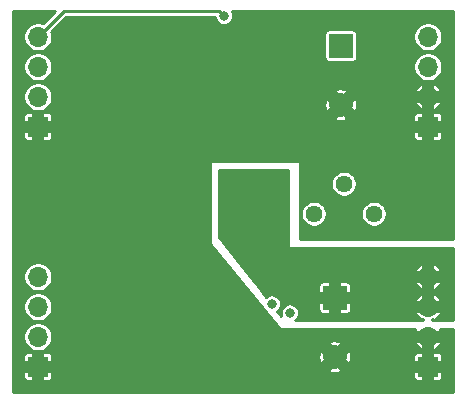
<source format=gbr>
G04 #@! TF.GenerationSoftware,KiCad,Pcbnew,(5.1.5)-3*
G04 #@! TF.CreationDate,2022-02-08T12:26:58-07:00*
G04 #@! TF.ProjectId,lm2596_breakout,6c6d3235-3936-45f6-9272-65616b6f7574,rev?*
G04 #@! TF.SameCoordinates,Original*
G04 #@! TF.FileFunction,Copper,L2,Bot*
G04 #@! TF.FilePolarity,Positive*
%FSLAX46Y46*%
G04 Gerber Fmt 4.6, Leading zero omitted, Abs format (unit mm)*
G04 Created by KiCad (PCBNEW (5.1.5)-3) date 2022-02-08 12:26:58*
%MOMM*%
%LPD*%
G04 APERTURE LIST*
%ADD10O,1.700000X1.700000*%
%ADD11R,1.700000X1.700000*%
%ADD12C,2.000000*%
%ADD13R,2.000000X2.000000*%
%ADD14C,1.440000*%
%ADD15C,0.800000*%
%ADD16C,0.254000*%
G04 APERTURE END LIST*
D10*
X86360000Y-124460000D03*
X86360000Y-127000000D03*
X86360000Y-129540000D03*
D11*
X86360000Y-132080000D03*
D12*
X78486000Y-131238000D03*
D13*
X78486000Y-126238000D03*
D14*
X81788000Y-119126000D03*
X79248000Y-116586000D03*
X76708000Y-119126000D03*
D12*
X78994000Y-109902000D03*
D13*
X78994000Y-104902000D03*
D10*
X53340000Y-124460000D03*
X53340000Y-127000000D03*
X53340000Y-129540000D03*
D11*
X53340000Y-132080000D03*
D10*
X86360000Y-104140000D03*
X86360000Y-106680000D03*
X86360000Y-109220000D03*
D11*
X86360000Y-111760000D03*
D10*
X53340000Y-104140000D03*
X53340000Y-106680000D03*
X53340000Y-109220000D03*
D11*
X53340000Y-111760000D03*
D15*
X83820000Y-120904000D03*
X82550000Y-120904000D03*
X85344000Y-120904000D03*
X86868000Y-120904000D03*
X88138000Y-120904000D03*
X78740000Y-120904000D03*
X80010000Y-120904000D03*
X81280000Y-120904000D03*
X80264000Y-119888000D03*
X74676000Y-129286000D03*
X74676000Y-127508000D03*
X73152000Y-126746000D03*
X74676000Y-131064000D03*
X73152000Y-130302000D03*
X74676000Y-132842000D03*
X73152000Y-132080000D03*
X73152000Y-128524000D03*
X58166000Y-127508000D03*
X59690000Y-126492000D03*
X58166000Y-125476000D03*
X59436000Y-124460000D03*
X58166000Y-123698000D03*
X69342000Y-116078000D03*
X70612000Y-116078000D03*
X71882000Y-116078000D03*
X73406000Y-116078000D03*
X71374000Y-117348000D03*
X72898000Y-117348000D03*
X74168000Y-117348000D03*
X72136000Y-118618000D03*
X73660000Y-118618000D03*
X71374000Y-119888000D03*
X72898000Y-119888000D03*
X72136000Y-121412000D03*
X73914000Y-121412000D03*
X74168000Y-119888000D03*
X70866000Y-121412000D03*
X70866000Y-118618000D03*
X83312000Y-119888000D03*
X84836000Y-119888000D03*
X86106000Y-119888000D03*
X87376000Y-119888000D03*
X59690000Y-133858000D03*
X59690000Y-130302000D03*
X59690000Y-132080000D03*
X58166000Y-131318000D03*
X59690000Y-128524000D03*
X58166000Y-129286000D03*
X58166000Y-133096000D03*
X61214000Y-132588000D03*
X64516000Y-132588000D03*
X62738000Y-132588000D03*
X68072000Y-132588000D03*
X66294000Y-132588000D03*
X70104000Y-132588000D03*
X61976000Y-131318000D03*
X65278000Y-131318000D03*
X63500000Y-131318000D03*
X68834000Y-131318000D03*
X67056000Y-131318000D03*
X70866000Y-131318000D03*
X61214000Y-130048000D03*
X64516000Y-130048000D03*
X62738000Y-130048000D03*
X68072000Y-130048000D03*
X66294000Y-130048000D03*
X70104000Y-130048000D03*
X61976000Y-128778000D03*
X65278000Y-128778000D03*
X63500000Y-128778000D03*
X68834000Y-128778000D03*
X67056000Y-128778000D03*
X70866000Y-128778000D03*
X61214000Y-127508000D03*
X64516000Y-127508000D03*
X62738000Y-127508000D03*
X68072000Y-127508000D03*
X66294000Y-127508000D03*
X70104000Y-127508000D03*
X62230000Y-126238000D03*
X65532000Y-126238000D03*
X63754000Y-126238000D03*
X69088000Y-126238000D03*
X67310000Y-126238000D03*
X71120000Y-126238000D03*
X70104000Y-124968000D03*
X68072000Y-124968000D03*
X66294000Y-124968000D03*
X64516000Y-124968000D03*
X62738000Y-124968000D03*
X61214000Y-124968000D03*
X66040000Y-116586000D03*
X51562000Y-118110000D03*
X53340000Y-116586000D03*
X53340000Y-119634000D03*
X69088000Y-102362000D03*
D16*
X68678010Y-101952010D02*
X69088000Y-102362000D01*
X53340000Y-104140000D02*
X55527990Y-101952010D01*
X55527990Y-101952010D02*
X68678010Y-101952010D01*
G36*
X53774166Y-102987413D02*
G01*
X53699069Y-102956307D01*
X53461243Y-102909000D01*
X53218757Y-102909000D01*
X52980931Y-102956307D01*
X52756903Y-103049102D01*
X52555283Y-103183820D01*
X52383820Y-103355283D01*
X52249102Y-103556903D01*
X52156307Y-103780931D01*
X52109000Y-104018757D01*
X52109000Y-104261243D01*
X52156307Y-104499069D01*
X52249102Y-104723097D01*
X52383820Y-104924717D01*
X52555283Y-105096180D01*
X52756903Y-105230898D01*
X52980931Y-105323693D01*
X53218757Y-105371000D01*
X53461243Y-105371000D01*
X53699069Y-105323693D01*
X53923097Y-105230898D01*
X54124717Y-105096180D01*
X54296180Y-104924717D01*
X54430898Y-104723097D01*
X54523693Y-104499069D01*
X54571000Y-104261243D01*
X54571000Y-104018757D01*
X54523693Y-103780931D01*
X54492587Y-103705834D01*
X55738411Y-102460010D01*
X67945000Y-102460010D01*
X67945000Y-134214000D01*
X51206000Y-134214000D01*
X51206000Y-132930000D01*
X52107157Y-132930000D01*
X52114513Y-133004689D01*
X52136299Y-133076508D01*
X52171678Y-133142696D01*
X52219289Y-133200711D01*
X52277304Y-133248322D01*
X52343492Y-133283701D01*
X52415311Y-133305487D01*
X52490000Y-133312843D01*
X52863750Y-133311000D01*
X52959000Y-133215750D01*
X52959000Y-132461000D01*
X53721000Y-132461000D01*
X53721000Y-133215750D01*
X53816250Y-133311000D01*
X54190000Y-133312843D01*
X54264689Y-133305487D01*
X54336508Y-133283701D01*
X54402696Y-133248322D01*
X54460711Y-133200711D01*
X54508322Y-133142696D01*
X54543701Y-133076508D01*
X54565487Y-133004689D01*
X54572843Y-132930000D01*
X54571000Y-132556250D01*
X54475750Y-132461000D01*
X53721000Y-132461000D01*
X52959000Y-132461000D01*
X52204250Y-132461000D01*
X52109000Y-132556250D01*
X52107157Y-132930000D01*
X51206000Y-132930000D01*
X51206000Y-131230000D01*
X52107157Y-131230000D01*
X52109000Y-131603750D01*
X52204250Y-131699000D01*
X52959000Y-131699000D01*
X52959000Y-130944250D01*
X53721000Y-130944250D01*
X53721000Y-131699000D01*
X54475750Y-131699000D01*
X54571000Y-131603750D01*
X54572843Y-131230000D01*
X54565487Y-131155311D01*
X54543701Y-131083492D01*
X54508322Y-131017304D01*
X54460711Y-130959289D01*
X54402696Y-130911678D01*
X54336508Y-130876299D01*
X54264689Y-130854513D01*
X54190000Y-130847157D01*
X53816250Y-130849000D01*
X53721000Y-130944250D01*
X52959000Y-130944250D01*
X52863750Y-130849000D01*
X52490000Y-130847157D01*
X52415311Y-130854513D01*
X52343492Y-130876299D01*
X52277304Y-130911678D01*
X52219289Y-130959289D01*
X52171678Y-131017304D01*
X52136299Y-131083492D01*
X52114513Y-131155311D01*
X52107157Y-131230000D01*
X51206000Y-131230000D01*
X51206000Y-129418757D01*
X52109000Y-129418757D01*
X52109000Y-129661243D01*
X52156307Y-129899069D01*
X52249102Y-130123097D01*
X52383820Y-130324717D01*
X52555283Y-130496180D01*
X52756903Y-130630898D01*
X52980931Y-130723693D01*
X53218757Y-130771000D01*
X53461243Y-130771000D01*
X53699069Y-130723693D01*
X53923097Y-130630898D01*
X54124717Y-130496180D01*
X54296180Y-130324717D01*
X54430898Y-130123097D01*
X54523693Y-129899069D01*
X54571000Y-129661243D01*
X54571000Y-129418757D01*
X54523693Y-129180931D01*
X54430898Y-128956903D01*
X54296180Y-128755283D01*
X54124717Y-128583820D01*
X53923097Y-128449102D01*
X53699069Y-128356307D01*
X53461243Y-128309000D01*
X53218757Y-128309000D01*
X52980931Y-128356307D01*
X52756903Y-128449102D01*
X52555283Y-128583820D01*
X52383820Y-128755283D01*
X52249102Y-128956903D01*
X52156307Y-129180931D01*
X52109000Y-129418757D01*
X51206000Y-129418757D01*
X51206000Y-126878757D01*
X52109000Y-126878757D01*
X52109000Y-127121243D01*
X52156307Y-127359069D01*
X52249102Y-127583097D01*
X52383820Y-127784717D01*
X52555283Y-127956180D01*
X52756903Y-128090898D01*
X52980931Y-128183693D01*
X53218757Y-128231000D01*
X53461243Y-128231000D01*
X53699069Y-128183693D01*
X53923097Y-128090898D01*
X54124717Y-127956180D01*
X54296180Y-127784717D01*
X54430898Y-127583097D01*
X54523693Y-127359069D01*
X54571000Y-127121243D01*
X54571000Y-126878757D01*
X54523693Y-126640931D01*
X54430898Y-126416903D01*
X54296180Y-126215283D01*
X54124717Y-126043820D01*
X53923097Y-125909102D01*
X53699069Y-125816307D01*
X53461243Y-125769000D01*
X53218757Y-125769000D01*
X52980931Y-125816307D01*
X52756903Y-125909102D01*
X52555283Y-126043820D01*
X52383820Y-126215283D01*
X52249102Y-126416903D01*
X52156307Y-126640931D01*
X52109000Y-126878757D01*
X51206000Y-126878757D01*
X51206000Y-124338757D01*
X52109000Y-124338757D01*
X52109000Y-124581243D01*
X52156307Y-124819069D01*
X52249102Y-125043097D01*
X52383820Y-125244717D01*
X52555283Y-125416180D01*
X52756903Y-125550898D01*
X52980931Y-125643693D01*
X53218757Y-125691000D01*
X53461243Y-125691000D01*
X53699069Y-125643693D01*
X53923097Y-125550898D01*
X54124717Y-125416180D01*
X54296180Y-125244717D01*
X54430898Y-125043097D01*
X54523693Y-124819069D01*
X54571000Y-124581243D01*
X54571000Y-124338757D01*
X54523693Y-124100931D01*
X54430898Y-123876903D01*
X54296180Y-123675283D01*
X54124717Y-123503820D01*
X53923097Y-123369102D01*
X53699069Y-123276307D01*
X53461243Y-123229000D01*
X53218757Y-123229000D01*
X52980931Y-123276307D01*
X52756903Y-123369102D01*
X52555283Y-123503820D01*
X52383820Y-123675283D01*
X52249102Y-123876903D01*
X52156307Y-124100931D01*
X52109000Y-124338757D01*
X51206000Y-124338757D01*
X51206000Y-112610000D01*
X52107157Y-112610000D01*
X52114513Y-112684689D01*
X52136299Y-112756508D01*
X52171678Y-112822696D01*
X52219289Y-112880711D01*
X52277304Y-112928322D01*
X52343492Y-112963701D01*
X52415311Y-112985487D01*
X52490000Y-112992843D01*
X52863750Y-112991000D01*
X52959000Y-112895750D01*
X52959000Y-112141000D01*
X53721000Y-112141000D01*
X53721000Y-112895750D01*
X53816250Y-112991000D01*
X54190000Y-112992843D01*
X54264689Y-112985487D01*
X54336508Y-112963701D01*
X54402696Y-112928322D01*
X54460711Y-112880711D01*
X54508322Y-112822696D01*
X54543701Y-112756508D01*
X54565487Y-112684689D01*
X54572843Y-112610000D01*
X54571000Y-112236250D01*
X54475750Y-112141000D01*
X53721000Y-112141000D01*
X52959000Y-112141000D01*
X52204250Y-112141000D01*
X52109000Y-112236250D01*
X52107157Y-112610000D01*
X51206000Y-112610000D01*
X51206000Y-110910000D01*
X52107157Y-110910000D01*
X52109000Y-111283750D01*
X52204250Y-111379000D01*
X52959000Y-111379000D01*
X52959000Y-110624250D01*
X53721000Y-110624250D01*
X53721000Y-111379000D01*
X54475750Y-111379000D01*
X54571000Y-111283750D01*
X54572843Y-110910000D01*
X54565487Y-110835311D01*
X54543701Y-110763492D01*
X54508322Y-110697304D01*
X54460711Y-110639289D01*
X54402696Y-110591678D01*
X54336508Y-110556299D01*
X54264689Y-110534513D01*
X54190000Y-110527157D01*
X53816250Y-110529000D01*
X53721000Y-110624250D01*
X52959000Y-110624250D01*
X52863750Y-110529000D01*
X52490000Y-110527157D01*
X52415311Y-110534513D01*
X52343492Y-110556299D01*
X52277304Y-110591678D01*
X52219289Y-110639289D01*
X52171678Y-110697304D01*
X52136299Y-110763492D01*
X52114513Y-110835311D01*
X52107157Y-110910000D01*
X51206000Y-110910000D01*
X51206000Y-109098757D01*
X52109000Y-109098757D01*
X52109000Y-109341243D01*
X52156307Y-109579069D01*
X52249102Y-109803097D01*
X52383820Y-110004717D01*
X52555283Y-110176180D01*
X52756903Y-110310898D01*
X52980931Y-110403693D01*
X53218757Y-110451000D01*
X53461243Y-110451000D01*
X53699069Y-110403693D01*
X53923097Y-110310898D01*
X54124717Y-110176180D01*
X54296180Y-110004717D01*
X54430898Y-109803097D01*
X54523693Y-109579069D01*
X54571000Y-109341243D01*
X54571000Y-109098757D01*
X54523693Y-108860931D01*
X54430898Y-108636903D01*
X54296180Y-108435283D01*
X54124717Y-108263820D01*
X53923097Y-108129102D01*
X53699069Y-108036307D01*
X53461243Y-107989000D01*
X53218757Y-107989000D01*
X52980931Y-108036307D01*
X52756903Y-108129102D01*
X52555283Y-108263820D01*
X52383820Y-108435283D01*
X52249102Y-108636903D01*
X52156307Y-108860931D01*
X52109000Y-109098757D01*
X51206000Y-109098757D01*
X51206000Y-106558757D01*
X52109000Y-106558757D01*
X52109000Y-106801243D01*
X52156307Y-107039069D01*
X52249102Y-107263097D01*
X52383820Y-107464717D01*
X52555283Y-107636180D01*
X52756903Y-107770898D01*
X52980931Y-107863693D01*
X53218757Y-107911000D01*
X53461243Y-107911000D01*
X53699069Y-107863693D01*
X53923097Y-107770898D01*
X54124717Y-107636180D01*
X54296180Y-107464717D01*
X54430898Y-107263097D01*
X54523693Y-107039069D01*
X54571000Y-106801243D01*
X54571000Y-106558757D01*
X54523693Y-106320931D01*
X54430898Y-106096903D01*
X54296180Y-105895283D01*
X54124717Y-105723820D01*
X53923097Y-105589102D01*
X53699069Y-105496307D01*
X53461243Y-105449000D01*
X53218757Y-105449000D01*
X52980931Y-105496307D01*
X52756903Y-105589102D01*
X52555283Y-105723820D01*
X52383820Y-105895283D01*
X52249102Y-106096903D01*
X52156307Y-106320931D01*
X52109000Y-106558757D01*
X51206000Y-106558757D01*
X51206000Y-102006000D01*
X54755579Y-102006000D01*
X53774166Y-102987413D01*
G37*
X53774166Y-102987413D02*
X53699069Y-102956307D01*
X53461243Y-102909000D01*
X53218757Y-102909000D01*
X52980931Y-102956307D01*
X52756903Y-103049102D01*
X52555283Y-103183820D01*
X52383820Y-103355283D01*
X52249102Y-103556903D01*
X52156307Y-103780931D01*
X52109000Y-104018757D01*
X52109000Y-104261243D01*
X52156307Y-104499069D01*
X52249102Y-104723097D01*
X52383820Y-104924717D01*
X52555283Y-105096180D01*
X52756903Y-105230898D01*
X52980931Y-105323693D01*
X53218757Y-105371000D01*
X53461243Y-105371000D01*
X53699069Y-105323693D01*
X53923097Y-105230898D01*
X54124717Y-105096180D01*
X54296180Y-104924717D01*
X54430898Y-104723097D01*
X54523693Y-104499069D01*
X54571000Y-104261243D01*
X54571000Y-104018757D01*
X54523693Y-103780931D01*
X54492587Y-103705834D01*
X55738411Y-102460010D01*
X67945000Y-102460010D01*
X67945000Y-134214000D01*
X51206000Y-134214000D01*
X51206000Y-132930000D01*
X52107157Y-132930000D01*
X52114513Y-133004689D01*
X52136299Y-133076508D01*
X52171678Y-133142696D01*
X52219289Y-133200711D01*
X52277304Y-133248322D01*
X52343492Y-133283701D01*
X52415311Y-133305487D01*
X52490000Y-133312843D01*
X52863750Y-133311000D01*
X52959000Y-133215750D01*
X52959000Y-132461000D01*
X53721000Y-132461000D01*
X53721000Y-133215750D01*
X53816250Y-133311000D01*
X54190000Y-133312843D01*
X54264689Y-133305487D01*
X54336508Y-133283701D01*
X54402696Y-133248322D01*
X54460711Y-133200711D01*
X54508322Y-133142696D01*
X54543701Y-133076508D01*
X54565487Y-133004689D01*
X54572843Y-132930000D01*
X54571000Y-132556250D01*
X54475750Y-132461000D01*
X53721000Y-132461000D01*
X52959000Y-132461000D01*
X52204250Y-132461000D01*
X52109000Y-132556250D01*
X52107157Y-132930000D01*
X51206000Y-132930000D01*
X51206000Y-131230000D01*
X52107157Y-131230000D01*
X52109000Y-131603750D01*
X52204250Y-131699000D01*
X52959000Y-131699000D01*
X52959000Y-130944250D01*
X53721000Y-130944250D01*
X53721000Y-131699000D01*
X54475750Y-131699000D01*
X54571000Y-131603750D01*
X54572843Y-131230000D01*
X54565487Y-131155311D01*
X54543701Y-131083492D01*
X54508322Y-131017304D01*
X54460711Y-130959289D01*
X54402696Y-130911678D01*
X54336508Y-130876299D01*
X54264689Y-130854513D01*
X54190000Y-130847157D01*
X53816250Y-130849000D01*
X53721000Y-130944250D01*
X52959000Y-130944250D01*
X52863750Y-130849000D01*
X52490000Y-130847157D01*
X52415311Y-130854513D01*
X52343492Y-130876299D01*
X52277304Y-130911678D01*
X52219289Y-130959289D01*
X52171678Y-131017304D01*
X52136299Y-131083492D01*
X52114513Y-131155311D01*
X52107157Y-131230000D01*
X51206000Y-131230000D01*
X51206000Y-129418757D01*
X52109000Y-129418757D01*
X52109000Y-129661243D01*
X52156307Y-129899069D01*
X52249102Y-130123097D01*
X52383820Y-130324717D01*
X52555283Y-130496180D01*
X52756903Y-130630898D01*
X52980931Y-130723693D01*
X53218757Y-130771000D01*
X53461243Y-130771000D01*
X53699069Y-130723693D01*
X53923097Y-130630898D01*
X54124717Y-130496180D01*
X54296180Y-130324717D01*
X54430898Y-130123097D01*
X54523693Y-129899069D01*
X54571000Y-129661243D01*
X54571000Y-129418757D01*
X54523693Y-129180931D01*
X54430898Y-128956903D01*
X54296180Y-128755283D01*
X54124717Y-128583820D01*
X53923097Y-128449102D01*
X53699069Y-128356307D01*
X53461243Y-128309000D01*
X53218757Y-128309000D01*
X52980931Y-128356307D01*
X52756903Y-128449102D01*
X52555283Y-128583820D01*
X52383820Y-128755283D01*
X52249102Y-128956903D01*
X52156307Y-129180931D01*
X52109000Y-129418757D01*
X51206000Y-129418757D01*
X51206000Y-126878757D01*
X52109000Y-126878757D01*
X52109000Y-127121243D01*
X52156307Y-127359069D01*
X52249102Y-127583097D01*
X52383820Y-127784717D01*
X52555283Y-127956180D01*
X52756903Y-128090898D01*
X52980931Y-128183693D01*
X53218757Y-128231000D01*
X53461243Y-128231000D01*
X53699069Y-128183693D01*
X53923097Y-128090898D01*
X54124717Y-127956180D01*
X54296180Y-127784717D01*
X54430898Y-127583097D01*
X54523693Y-127359069D01*
X54571000Y-127121243D01*
X54571000Y-126878757D01*
X54523693Y-126640931D01*
X54430898Y-126416903D01*
X54296180Y-126215283D01*
X54124717Y-126043820D01*
X53923097Y-125909102D01*
X53699069Y-125816307D01*
X53461243Y-125769000D01*
X53218757Y-125769000D01*
X52980931Y-125816307D01*
X52756903Y-125909102D01*
X52555283Y-126043820D01*
X52383820Y-126215283D01*
X52249102Y-126416903D01*
X52156307Y-126640931D01*
X52109000Y-126878757D01*
X51206000Y-126878757D01*
X51206000Y-124338757D01*
X52109000Y-124338757D01*
X52109000Y-124581243D01*
X52156307Y-124819069D01*
X52249102Y-125043097D01*
X52383820Y-125244717D01*
X52555283Y-125416180D01*
X52756903Y-125550898D01*
X52980931Y-125643693D01*
X53218757Y-125691000D01*
X53461243Y-125691000D01*
X53699069Y-125643693D01*
X53923097Y-125550898D01*
X54124717Y-125416180D01*
X54296180Y-125244717D01*
X54430898Y-125043097D01*
X54523693Y-124819069D01*
X54571000Y-124581243D01*
X54571000Y-124338757D01*
X54523693Y-124100931D01*
X54430898Y-123876903D01*
X54296180Y-123675283D01*
X54124717Y-123503820D01*
X53923097Y-123369102D01*
X53699069Y-123276307D01*
X53461243Y-123229000D01*
X53218757Y-123229000D01*
X52980931Y-123276307D01*
X52756903Y-123369102D01*
X52555283Y-123503820D01*
X52383820Y-123675283D01*
X52249102Y-123876903D01*
X52156307Y-124100931D01*
X52109000Y-124338757D01*
X51206000Y-124338757D01*
X51206000Y-112610000D01*
X52107157Y-112610000D01*
X52114513Y-112684689D01*
X52136299Y-112756508D01*
X52171678Y-112822696D01*
X52219289Y-112880711D01*
X52277304Y-112928322D01*
X52343492Y-112963701D01*
X52415311Y-112985487D01*
X52490000Y-112992843D01*
X52863750Y-112991000D01*
X52959000Y-112895750D01*
X52959000Y-112141000D01*
X53721000Y-112141000D01*
X53721000Y-112895750D01*
X53816250Y-112991000D01*
X54190000Y-112992843D01*
X54264689Y-112985487D01*
X54336508Y-112963701D01*
X54402696Y-112928322D01*
X54460711Y-112880711D01*
X54508322Y-112822696D01*
X54543701Y-112756508D01*
X54565487Y-112684689D01*
X54572843Y-112610000D01*
X54571000Y-112236250D01*
X54475750Y-112141000D01*
X53721000Y-112141000D01*
X52959000Y-112141000D01*
X52204250Y-112141000D01*
X52109000Y-112236250D01*
X52107157Y-112610000D01*
X51206000Y-112610000D01*
X51206000Y-110910000D01*
X52107157Y-110910000D01*
X52109000Y-111283750D01*
X52204250Y-111379000D01*
X52959000Y-111379000D01*
X52959000Y-110624250D01*
X53721000Y-110624250D01*
X53721000Y-111379000D01*
X54475750Y-111379000D01*
X54571000Y-111283750D01*
X54572843Y-110910000D01*
X54565487Y-110835311D01*
X54543701Y-110763492D01*
X54508322Y-110697304D01*
X54460711Y-110639289D01*
X54402696Y-110591678D01*
X54336508Y-110556299D01*
X54264689Y-110534513D01*
X54190000Y-110527157D01*
X53816250Y-110529000D01*
X53721000Y-110624250D01*
X52959000Y-110624250D01*
X52863750Y-110529000D01*
X52490000Y-110527157D01*
X52415311Y-110534513D01*
X52343492Y-110556299D01*
X52277304Y-110591678D01*
X52219289Y-110639289D01*
X52171678Y-110697304D01*
X52136299Y-110763492D01*
X52114513Y-110835311D01*
X52107157Y-110910000D01*
X51206000Y-110910000D01*
X51206000Y-109098757D01*
X52109000Y-109098757D01*
X52109000Y-109341243D01*
X52156307Y-109579069D01*
X52249102Y-109803097D01*
X52383820Y-110004717D01*
X52555283Y-110176180D01*
X52756903Y-110310898D01*
X52980931Y-110403693D01*
X53218757Y-110451000D01*
X53461243Y-110451000D01*
X53699069Y-110403693D01*
X53923097Y-110310898D01*
X54124717Y-110176180D01*
X54296180Y-110004717D01*
X54430898Y-109803097D01*
X54523693Y-109579069D01*
X54571000Y-109341243D01*
X54571000Y-109098757D01*
X54523693Y-108860931D01*
X54430898Y-108636903D01*
X54296180Y-108435283D01*
X54124717Y-108263820D01*
X53923097Y-108129102D01*
X53699069Y-108036307D01*
X53461243Y-107989000D01*
X53218757Y-107989000D01*
X52980931Y-108036307D01*
X52756903Y-108129102D01*
X52555283Y-108263820D01*
X52383820Y-108435283D01*
X52249102Y-108636903D01*
X52156307Y-108860931D01*
X52109000Y-109098757D01*
X51206000Y-109098757D01*
X51206000Y-106558757D01*
X52109000Y-106558757D01*
X52109000Y-106801243D01*
X52156307Y-107039069D01*
X52249102Y-107263097D01*
X52383820Y-107464717D01*
X52555283Y-107636180D01*
X52756903Y-107770898D01*
X52980931Y-107863693D01*
X53218757Y-107911000D01*
X53461243Y-107911000D01*
X53699069Y-107863693D01*
X53923097Y-107770898D01*
X54124717Y-107636180D01*
X54296180Y-107464717D01*
X54430898Y-107263097D01*
X54523693Y-107039069D01*
X54571000Y-106801243D01*
X54571000Y-106558757D01*
X54523693Y-106320931D01*
X54430898Y-106096903D01*
X54296180Y-105895283D01*
X54124717Y-105723820D01*
X53923097Y-105589102D01*
X53699069Y-105496307D01*
X53461243Y-105449000D01*
X53218757Y-105449000D01*
X52980931Y-105496307D01*
X52756903Y-105589102D01*
X52555283Y-105723820D01*
X52383820Y-105895283D01*
X52249102Y-106096903D01*
X52156307Y-106320931D01*
X52109000Y-106558757D01*
X51206000Y-106558757D01*
X51206000Y-102006000D01*
X54755579Y-102006000D01*
X53774166Y-102987413D01*
G36*
X74549000Y-121920000D02*
G01*
X74551440Y-121944776D01*
X74558667Y-121968601D01*
X74570403Y-121990557D01*
X74586197Y-122009803D01*
X74605443Y-122025597D01*
X74627399Y-122037333D01*
X74651224Y-122044560D01*
X74676000Y-122047000D01*
X88494001Y-122047000D01*
X88494001Y-128143000D01*
X86741002Y-128143000D01*
X86741002Y-128075324D01*
X86919427Y-128096561D01*
X87122606Y-127966352D01*
X87296479Y-127799007D01*
X87434363Y-127600956D01*
X87456542Y-127559424D01*
X87429938Y-127381000D01*
X86741000Y-127381000D01*
X86741000Y-127401000D01*
X85979000Y-127401000D01*
X85979000Y-127381000D01*
X85290062Y-127381000D01*
X85263458Y-127559424D01*
X85285637Y-127600956D01*
X85423521Y-127799007D01*
X85597394Y-127966352D01*
X85800573Y-128096561D01*
X85978998Y-128075324D01*
X85978998Y-128143000D01*
X75131418Y-128143000D01*
X75173859Y-128114642D01*
X75282642Y-128005859D01*
X75368113Y-127877942D01*
X75426987Y-127735809D01*
X75457000Y-127584922D01*
X75457000Y-127431078D01*
X75426987Y-127280191D01*
X75409511Y-127238000D01*
X77103157Y-127238000D01*
X77110513Y-127312689D01*
X77132299Y-127384508D01*
X77167678Y-127450696D01*
X77215289Y-127508711D01*
X77273304Y-127556322D01*
X77339492Y-127591701D01*
X77411311Y-127613487D01*
X77486000Y-127620843D01*
X78009750Y-127619000D01*
X78105000Y-127523750D01*
X78105000Y-126619000D01*
X78867000Y-126619000D01*
X78867000Y-127523750D01*
X78962250Y-127619000D01*
X79486000Y-127620843D01*
X79560689Y-127613487D01*
X79632508Y-127591701D01*
X79698696Y-127556322D01*
X79756711Y-127508711D01*
X79804322Y-127450696D01*
X79839701Y-127384508D01*
X79861487Y-127312689D01*
X79868843Y-127238000D01*
X79867000Y-126714250D01*
X79771750Y-126619000D01*
X78867000Y-126619000D01*
X78105000Y-126619000D01*
X77200250Y-126619000D01*
X77105000Y-126714250D01*
X77103157Y-127238000D01*
X75409511Y-127238000D01*
X75368113Y-127138058D01*
X75282642Y-127010141D01*
X75173859Y-126901358D01*
X75045942Y-126815887D01*
X74903809Y-126757013D01*
X74752922Y-126727000D01*
X74599078Y-126727000D01*
X74448191Y-126757013D01*
X74306058Y-126815887D01*
X74178141Y-126901358D01*
X74069358Y-127010141D01*
X73983887Y-127138058D01*
X73925013Y-127280191D01*
X73895000Y-127431078D01*
X73895000Y-127584922D01*
X73925013Y-127735809D01*
X73941986Y-127776786D01*
X73622889Y-127370662D01*
X73649859Y-127352642D01*
X73758642Y-127243859D01*
X73844113Y-127115942D01*
X73902987Y-126973809D01*
X73933000Y-126822922D01*
X73933000Y-126669078D01*
X73902987Y-126518191D01*
X73870838Y-126440576D01*
X85263458Y-126440576D01*
X85290062Y-126619000D01*
X85979000Y-126619000D01*
X85979000Y-125924676D01*
X86741000Y-125924676D01*
X86741000Y-126619000D01*
X87429938Y-126619000D01*
X87456542Y-126440576D01*
X87434363Y-126399044D01*
X87296479Y-126200993D01*
X87122606Y-126033648D01*
X86919427Y-125903439D01*
X86741000Y-125924676D01*
X85979000Y-125924676D01*
X85800573Y-125903439D01*
X85597394Y-126033648D01*
X85423521Y-126200993D01*
X85285637Y-126399044D01*
X85263458Y-126440576D01*
X73870838Y-126440576D01*
X73844113Y-126376058D01*
X73758642Y-126248141D01*
X73649859Y-126139358D01*
X73521942Y-126053887D01*
X73379809Y-125995013D01*
X73228922Y-125965000D01*
X73075078Y-125965000D01*
X72924191Y-125995013D01*
X72782058Y-126053887D01*
X72654990Y-126138791D01*
X71947226Y-125238000D01*
X77103157Y-125238000D01*
X77105000Y-125761750D01*
X77200250Y-125857000D01*
X78105000Y-125857000D01*
X78105000Y-124952250D01*
X78867000Y-124952250D01*
X78867000Y-125857000D01*
X79771750Y-125857000D01*
X79867000Y-125761750D01*
X79868843Y-125238000D01*
X79861487Y-125163311D01*
X79839701Y-125091492D01*
X79804322Y-125025304D01*
X79799497Y-125019424D01*
X85263458Y-125019424D01*
X85285637Y-125060956D01*
X85423521Y-125259007D01*
X85597394Y-125426352D01*
X85800573Y-125556561D01*
X85979000Y-125535324D01*
X85979000Y-124841000D01*
X86741000Y-124841000D01*
X86741000Y-125535324D01*
X86919427Y-125556561D01*
X87122606Y-125426352D01*
X87296479Y-125259007D01*
X87434363Y-125060956D01*
X87456542Y-125019424D01*
X87429938Y-124841000D01*
X86741000Y-124841000D01*
X85979000Y-124841000D01*
X85290062Y-124841000D01*
X85263458Y-125019424D01*
X79799497Y-125019424D01*
X79756711Y-124967289D01*
X79698696Y-124919678D01*
X79632508Y-124884299D01*
X79560689Y-124862513D01*
X79486000Y-124855157D01*
X78962250Y-124857000D01*
X78867000Y-124952250D01*
X78105000Y-124952250D01*
X78009750Y-124857000D01*
X77486000Y-124855157D01*
X77411311Y-124862513D01*
X77339492Y-124884299D01*
X77273304Y-124919678D01*
X77215289Y-124967289D01*
X77167678Y-125025304D01*
X77132299Y-125091492D01*
X77110513Y-125163311D01*
X77103157Y-125238000D01*
X71947226Y-125238000D01*
X70896393Y-123900576D01*
X85263458Y-123900576D01*
X85290062Y-124079000D01*
X85979000Y-124079000D01*
X85979000Y-123384676D01*
X86741000Y-123384676D01*
X86741000Y-124079000D01*
X87429938Y-124079000D01*
X87456542Y-123900576D01*
X87434363Y-123859044D01*
X87296479Y-123660993D01*
X87122606Y-123493648D01*
X86919427Y-123363439D01*
X86741000Y-123384676D01*
X85979000Y-123384676D01*
X85800573Y-123363439D01*
X85597394Y-123493648D01*
X85423521Y-123660993D01*
X85285637Y-123859044D01*
X85263458Y-123900576D01*
X70896393Y-123900576D01*
X68707000Y-121114076D01*
X68707000Y-115443000D01*
X74549000Y-115443000D01*
X74549000Y-121920000D01*
G37*
X74549000Y-121920000D02*
X74551440Y-121944776D01*
X74558667Y-121968601D01*
X74570403Y-121990557D01*
X74586197Y-122009803D01*
X74605443Y-122025597D01*
X74627399Y-122037333D01*
X74651224Y-122044560D01*
X74676000Y-122047000D01*
X88494001Y-122047000D01*
X88494001Y-128143000D01*
X86741002Y-128143000D01*
X86741002Y-128075324D01*
X86919427Y-128096561D01*
X87122606Y-127966352D01*
X87296479Y-127799007D01*
X87434363Y-127600956D01*
X87456542Y-127559424D01*
X87429938Y-127381000D01*
X86741000Y-127381000D01*
X86741000Y-127401000D01*
X85979000Y-127401000D01*
X85979000Y-127381000D01*
X85290062Y-127381000D01*
X85263458Y-127559424D01*
X85285637Y-127600956D01*
X85423521Y-127799007D01*
X85597394Y-127966352D01*
X85800573Y-128096561D01*
X85978998Y-128075324D01*
X85978998Y-128143000D01*
X75131418Y-128143000D01*
X75173859Y-128114642D01*
X75282642Y-128005859D01*
X75368113Y-127877942D01*
X75426987Y-127735809D01*
X75457000Y-127584922D01*
X75457000Y-127431078D01*
X75426987Y-127280191D01*
X75409511Y-127238000D01*
X77103157Y-127238000D01*
X77110513Y-127312689D01*
X77132299Y-127384508D01*
X77167678Y-127450696D01*
X77215289Y-127508711D01*
X77273304Y-127556322D01*
X77339492Y-127591701D01*
X77411311Y-127613487D01*
X77486000Y-127620843D01*
X78009750Y-127619000D01*
X78105000Y-127523750D01*
X78105000Y-126619000D01*
X78867000Y-126619000D01*
X78867000Y-127523750D01*
X78962250Y-127619000D01*
X79486000Y-127620843D01*
X79560689Y-127613487D01*
X79632508Y-127591701D01*
X79698696Y-127556322D01*
X79756711Y-127508711D01*
X79804322Y-127450696D01*
X79839701Y-127384508D01*
X79861487Y-127312689D01*
X79868843Y-127238000D01*
X79867000Y-126714250D01*
X79771750Y-126619000D01*
X78867000Y-126619000D01*
X78105000Y-126619000D01*
X77200250Y-126619000D01*
X77105000Y-126714250D01*
X77103157Y-127238000D01*
X75409511Y-127238000D01*
X75368113Y-127138058D01*
X75282642Y-127010141D01*
X75173859Y-126901358D01*
X75045942Y-126815887D01*
X74903809Y-126757013D01*
X74752922Y-126727000D01*
X74599078Y-126727000D01*
X74448191Y-126757013D01*
X74306058Y-126815887D01*
X74178141Y-126901358D01*
X74069358Y-127010141D01*
X73983887Y-127138058D01*
X73925013Y-127280191D01*
X73895000Y-127431078D01*
X73895000Y-127584922D01*
X73925013Y-127735809D01*
X73941986Y-127776786D01*
X73622889Y-127370662D01*
X73649859Y-127352642D01*
X73758642Y-127243859D01*
X73844113Y-127115942D01*
X73902987Y-126973809D01*
X73933000Y-126822922D01*
X73933000Y-126669078D01*
X73902987Y-126518191D01*
X73870838Y-126440576D01*
X85263458Y-126440576D01*
X85290062Y-126619000D01*
X85979000Y-126619000D01*
X85979000Y-125924676D01*
X86741000Y-125924676D01*
X86741000Y-126619000D01*
X87429938Y-126619000D01*
X87456542Y-126440576D01*
X87434363Y-126399044D01*
X87296479Y-126200993D01*
X87122606Y-126033648D01*
X86919427Y-125903439D01*
X86741000Y-125924676D01*
X85979000Y-125924676D01*
X85800573Y-125903439D01*
X85597394Y-126033648D01*
X85423521Y-126200993D01*
X85285637Y-126399044D01*
X85263458Y-126440576D01*
X73870838Y-126440576D01*
X73844113Y-126376058D01*
X73758642Y-126248141D01*
X73649859Y-126139358D01*
X73521942Y-126053887D01*
X73379809Y-125995013D01*
X73228922Y-125965000D01*
X73075078Y-125965000D01*
X72924191Y-125995013D01*
X72782058Y-126053887D01*
X72654990Y-126138791D01*
X71947226Y-125238000D01*
X77103157Y-125238000D01*
X77105000Y-125761750D01*
X77200250Y-125857000D01*
X78105000Y-125857000D01*
X78105000Y-124952250D01*
X78867000Y-124952250D01*
X78867000Y-125857000D01*
X79771750Y-125857000D01*
X79867000Y-125761750D01*
X79868843Y-125238000D01*
X79861487Y-125163311D01*
X79839701Y-125091492D01*
X79804322Y-125025304D01*
X79799497Y-125019424D01*
X85263458Y-125019424D01*
X85285637Y-125060956D01*
X85423521Y-125259007D01*
X85597394Y-125426352D01*
X85800573Y-125556561D01*
X85979000Y-125535324D01*
X85979000Y-124841000D01*
X86741000Y-124841000D01*
X86741000Y-125535324D01*
X86919427Y-125556561D01*
X87122606Y-125426352D01*
X87296479Y-125259007D01*
X87434363Y-125060956D01*
X87456542Y-125019424D01*
X87429938Y-124841000D01*
X86741000Y-124841000D01*
X85979000Y-124841000D01*
X85290062Y-124841000D01*
X85263458Y-125019424D01*
X79799497Y-125019424D01*
X79756711Y-124967289D01*
X79698696Y-124919678D01*
X79632508Y-124884299D01*
X79560689Y-124862513D01*
X79486000Y-124855157D01*
X78962250Y-124857000D01*
X78867000Y-124952250D01*
X78105000Y-124952250D01*
X78009750Y-124857000D01*
X77486000Y-124855157D01*
X77411311Y-124862513D01*
X77339492Y-124884299D01*
X77273304Y-124919678D01*
X77215289Y-124967289D01*
X77167678Y-125025304D01*
X77132299Y-125091492D01*
X77110513Y-125163311D01*
X77103157Y-125238000D01*
X71947226Y-125238000D01*
X70896393Y-123900576D01*
X85263458Y-123900576D01*
X85290062Y-124079000D01*
X85979000Y-124079000D01*
X85979000Y-123384676D01*
X86741000Y-123384676D01*
X86741000Y-124079000D01*
X87429938Y-124079000D01*
X87456542Y-123900576D01*
X87434363Y-123859044D01*
X87296479Y-123660993D01*
X87122606Y-123493648D01*
X86919427Y-123363439D01*
X86741000Y-123384676D01*
X85979000Y-123384676D01*
X85800573Y-123363439D01*
X85597394Y-123493648D01*
X85423521Y-123660993D01*
X85285637Y-123859044D01*
X85263458Y-123900576D01*
X70896393Y-123900576D01*
X68707000Y-121114076D01*
X68707000Y-115443000D01*
X74549000Y-115443000D01*
X74549000Y-121920000D01*
G36*
X53774166Y-102987413D02*
G01*
X53699069Y-102956307D01*
X53461243Y-102909000D01*
X53218757Y-102909000D01*
X52980931Y-102956307D01*
X52756903Y-103049102D01*
X52555283Y-103183820D01*
X52383820Y-103355283D01*
X52249102Y-103556903D01*
X52156307Y-103780931D01*
X52109000Y-104018757D01*
X52109000Y-104261243D01*
X52156307Y-104499069D01*
X52249102Y-104723097D01*
X52383820Y-104924717D01*
X52555283Y-105096180D01*
X52756903Y-105230898D01*
X52980931Y-105323693D01*
X53218757Y-105371000D01*
X53461243Y-105371000D01*
X53699069Y-105323693D01*
X53923097Y-105230898D01*
X54124717Y-105096180D01*
X54296180Y-104924717D01*
X54430898Y-104723097D01*
X54523693Y-104499069D01*
X54571000Y-104261243D01*
X54571000Y-104018757D01*
X54547776Y-103902000D01*
X77611157Y-103902000D01*
X77611157Y-105902000D01*
X77618513Y-105976689D01*
X77640299Y-106048508D01*
X77675678Y-106114696D01*
X77723289Y-106172711D01*
X77781304Y-106220322D01*
X77847492Y-106255701D01*
X77919311Y-106277487D01*
X77994000Y-106284843D01*
X79994000Y-106284843D01*
X80068689Y-106277487D01*
X80140508Y-106255701D01*
X80206696Y-106220322D01*
X80264711Y-106172711D01*
X80312322Y-106114696D01*
X80347701Y-106048508D01*
X80369487Y-105976689D01*
X80376843Y-105902000D01*
X80376843Y-104018757D01*
X85129000Y-104018757D01*
X85129000Y-104261243D01*
X85176307Y-104499069D01*
X85269102Y-104723097D01*
X85403820Y-104924717D01*
X85575283Y-105096180D01*
X85776903Y-105230898D01*
X86000931Y-105323693D01*
X86238757Y-105371000D01*
X86481243Y-105371000D01*
X86719069Y-105323693D01*
X86943097Y-105230898D01*
X87144717Y-105096180D01*
X87316180Y-104924717D01*
X87450898Y-104723097D01*
X87543693Y-104499069D01*
X87591000Y-104261243D01*
X87591000Y-104018757D01*
X87543693Y-103780931D01*
X87450898Y-103556903D01*
X87316180Y-103355283D01*
X87144717Y-103183820D01*
X86943097Y-103049102D01*
X86719069Y-102956307D01*
X86481243Y-102909000D01*
X86238757Y-102909000D01*
X86000931Y-102956307D01*
X85776903Y-103049102D01*
X85575283Y-103183820D01*
X85403820Y-103355283D01*
X85269102Y-103556903D01*
X85176307Y-103780931D01*
X85129000Y-104018757D01*
X80376843Y-104018757D01*
X80376843Y-103902000D01*
X80369487Y-103827311D01*
X80347701Y-103755492D01*
X80312322Y-103689304D01*
X80264711Y-103631289D01*
X80206696Y-103583678D01*
X80140508Y-103548299D01*
X80068689Y-103526513D01*
X79994000Y-103519157D01*
X77994000Y-103519157D01*
X77919311Y-103526513D01*
X77847492Y-103548299D01*
X77781304Y-103583678D01*
X77723289Y-103631289D01*
X77675678Y-103689304D01*
X77640299Y-103755492D01*
X77618513Y-103827311D01*
X77611157Y-103902000D01*
X54547776Y-103902000D01*
X54523693Y-103780931D01*
X54492587Y-103705834D01*
X55738411Y-102460010D01*
X68311195Y-102460010D01*
X68337013Y-102589809D01*
X68395887Y-102731942D01*
X68481358Y-102859859D01*
X68590141Y-102968642D01*
X68718058Y-103054113D01*
X68860191Y-103112987D01*
X69011078Y-103143000D01*
X69164922Y-103143000D01*
X69315809Y-103112987D01*
X69457942Y-103054113D01*
X69585859Y-102968642D01*
X69694642Y-102859859D01*
X69780113Y-102731942D01*
X69838987Y-102589809D01*
X69869000Y-102438922D01*
X69869000Y-102285078D01*
X69838987Y-102134191D01*
X69785888Y-102006000D01*
X88494000Y-102006000D01*
X88494000Y-114681000D01*
X51206000Y-114681000D01*
X51206000Y-112610000D01*
X52107157Y-112610000D01*
X52114513Y-112684689D01*
X52136299Y-112756508D01*
X52171678Y-112822696D01*
X52219289Y-112880711D01*
X52277304Y-112928322D01*
X52343492Y-112963701D01*
X52415311Y-112985487D01*
X52490000Y-112992843D01*
X52863750Y-112991000D01*
X52959000Y-112895750D01*
X52959000Y-112141000D01*
X53721000Y-112141000D01*
X53721000Y-112895750D01*
X53816250Y-112991000D01*
X54190000Y-112992843D01*
X54264689Y-112985487D01*
X54336508Y-112963701D01*
X54402696Y-112928322D01*
X54460711Y-112880711D01*
X54508322Y-112822696D01*
X54543701Y-112756508D01*
X54565487Y-112684689D01*
X54572843Y-112610000D01*
X85127157Y-112610000D01*
X85134513Y-112684689D01*
X85156299Y-112756508D01*
X85191678Y-112822696D01*
X85239289Y-112880711D01*
X85297304Y-112928322D01*
X85363492Y-112963701D01*
X85435311Y-112985487D01*
X85510000Y-112992843D01*
X85883750Y-112991000D01*
X85979000Y-112895750D01*
X85979000Y-112141000D01*
X86741000Y-112141000D01*
X86741000Y-112895750D01*
X86836250Y-112991000D01*
X87210000Y-112992843D01*
X87284689Y-112985487D01*
X87356508Y-112963701D01*
X87422696Y-112928322D01*
X87480711Y-112880711D01*
X87528322Y-112822696D01*
X87563701Y-112756508D01*
X87585487Y-112684689D01*
X87592843Y-112610000D01*
X87591000Y-112236250D01*
X87495750Y-112141000D01*
X86741000Y-112141000D01*
X85979000Y-112141000D01*
X85224250Y-112141000D01*
X85129000Y-112236250D01*
X85127157Y-112610000D01*
X54572843Y-112610000D01*
X54571000Y-112236250D01*
X54475750Y-112141000D01*
X53721000Y-112141000D01*
X52959000Y-112141000D01*
X52204250Y-112141000D01*
X52109000Y-112236250D01*
X52107157Y-112610000D01*
X51206000Y-112610000D01*
X51206000Y-110910000D01*
X52107157Y-110910000D01*
X52109000Y-111283750D01*
X52204250Y-111379000D01*
X52959000Y-111379000D01*
X52959000Y-110624250D01*
X53721000Y-110624250D01*
X53721000Y-111379000D01*
X54475750Y-111379000D01*
X54571000Y-111283750D01*
X54572178Y-111044683D01*
X78390132Y-111044683D01*
X78517922Y-111205461D01*
X78781362Y-111273293D01*
X79052974Y-111288427D01*
X79322320Y-111250282D01*
X79470078Y-111205461D01*
X79597868Y-111044683D01*
X79463185Y-110910000D01*
X85127157Y-110910000D01*
X85129000Y-111283750D01*
X85224250Y-111379000D01*
X85979000Y-111379000D01*
X85979000Y-110624250D01*
X86741000Y-110624250D01*
X86741000Y-111379000D01*
X87495750Y-111379000D01*
X87591000Y-111283750D01*
X87592843Y-110910000D01*
X87585487Y-110835311D01*
X87563701Y-110763492D01*
X87528322Y-110697304D01*
X87480711Y-110639289D01*
X87422696Y-110591678D01*
X87356508Y-110556299D01*
X87284689Y-110534513D01*
X87210000Y-110527157D01*
X86836250Y-110529000D01*
X86741000Y-110624250D01*
X85979000Y-110624250D01*
X85883750Y-110529000D01*
X85510000Y-110527157D01*
X85435311Y-110534513D01*
X85363492Y-110556299D01*
X85297304Y-110591678D01*
X85239289Y-110639289D01*
X85191678Y-110697304D01*
X85156299Y-110763492D01*
X85134513Y-110835311D01*
X85127157Y-110910000D01*
X79463185Y-110910000D01*
X78994000Y-110440815D01*
X78390132Y-111044683D01*
X54572178Y-111044683D01*
X54572843Y-110910000D01*
X54565487Y-110835311D01*
X54543701Y-110763492D01*
X54508322Y-110697304D01*
X54460711Y-110639289D01*
X54402696Y-110591678D01*
X54336508Y-110556299D01*
X54264689Y-110534513D01*
X54190000Y-110527157D01*
X53816250Y-110529000D01*
X53721000Y-110624250D01*
X52959000Y-110624250D01*
X52863750Y-110529000D01*
X52490000Y-110527157D01*
X52415311Y-110534513D01*
X52343492Y-110556299D01*
X52277304Y-110591678D01*
X52219289Y-110639289D01*
X52171678Y-110697304D01*
X52136299Y-110763492D01*
X52114513Y-110835311D01*
X52107157Y-110910000D01*
X51206000Y-110910000D01*
X51206000Y-109098757D01*
X52109000Y-109098757D01*
X52109000Y-109341243D01*
X52156307Y-109579069D01*
X52249102Y-109803097D01*
X52383820Y-110004717D01*
X52555283Y-110176180D01*
X52756903Y-110310898D01*
X52980931Y-110403693D01*
X53218757Y-110451000D01*
X53461243Y-110451000D01*
X53699069Y-110403693D01*
X53923097Y-110310898D01*
X54124717Y-110176180D01*
X54296180Y-110004717D01*
X54325408Y-109960974D01*
X77607573Y-109960974D01*
X77645718Y-110230320D01*
X77690539Y-110378078D01*
X77851317Y-110505868D01*
X78455185Y-109902000D01*
X79532815Y-109902000D01*
X80136683Y-110505868D01*
X80297461Y-110378078D01*
X80365293Y-110114638D01*
X80380427Y-109843026D01*
X80371420Y-109779424D01*
X85263458Y-109779424D01*
X85285637Y-109820956D01*
X85423521Y-110019007D01*
X85597394Y-110186352D01*
X85800573Y-110316561D01*
X85979000Y-110295324D01*
X85979000Y-109601000D01*
X86741000Y-109601000D01*
X86741000Y-110295324D01*
X86919427Y-110316561D01*
X87122606Y-110186352D01*
X87296479Y-110019007D01*
X87434363Y-109820956D01*
X87456542Y-109779424D01*
X87429938Y-109601000D01*
X86741000Y-109601000D01*
X85979000Y-109601000D01*
X85290062Y-109601000D01*
X85263458Y-109779424D01*
X80371420Y-109779424D01*
X80342282Y-109573680D01*
X80297461Y-109425922D01*
X80136683Y-109298132D01*
X79532815Y-109902000D01*
X78455185Y-109902000D01*
X77851317Y-109298132D01*
X77690539Y-109425922D01*
X77622707Y-109689362D01*
X77607573Y-109960974D01*
X54325408Y-109960974D01*
X54430898Y-109803097D01*
X54523693Y-109579069D01*
X54571000Y-109341243D01*
X54571000Y-109098757D01*
X54523693Y-108860931D01*
X54481604Y-108759317D01*
X78390132Y-108759317D01*
X78994000Y-109363185D01*
X79597868Y-108759317D01*
X79519387Y-108660576D01*
X85263458Y-108660576D01*
X85290062Y-108839000D01*
X85979000Y-108839000D01*
X85979000Y-108144676D01*
X86741000Y-108144676D01*
X86741000Y-108839000D01*
X87429938Y-108839000D01*
X87456542Y-108660576D01*
X87434363Y-108619044D01*
X87296479Y-108420993D01*
X87122606Y-108253648D01*
X86919427Y-108123439D01*
X86741000Y-108144676D01*
X85979000Y-108144676D01*
X85800573Y-108123439D01*
X85597394Y-108253648D01*
X85423521Y-108420993D01*
X85285637Y-108619044D01*
X85263458Y-108660576D01*
X79519387Y-108660576D01*
X79470078Y-108598539D01*
X79206638Y-108530707D01*
X78935026Y-108515573D01*
X78665680Y-108553718D01*
X78517922Y-108598539D01*
X78390132Y-108759317D01*
X54481604Y-108759317D01*
X54430898Y-108636903D01*
X54296180Y-108435283D01*
X54124717Y-108263820D01*
X53923097Y-108129102D01*
X53699069Y-108036307D01*
X53461243Y-107989000D01*
X53218757Y-107989000D01*
X52980931Y-108036307D01*
X52756903Y-108129102D01*
X52555283Y-108263820D01*
X52383820Y-108435283D01*
X52249102Y-108636903D01*
X52156307Y-108860931D01*
X52109000Y-109098757D01*
X51206000Y-109098757D01*
X51206000Y-106558757D01*
X52109000Y-106558757D01*
X52109000Y-106801243D01*
X52156307Y-107039069D01*
X52249102Y-107263097D01*
X52383820Y-107464717D01*
X52555283Y-107636180D01*
X52756903Y-107770898D01*
X52980931Y-107863693D01*
X53218757Y-107911000D01*
X53461243Y-107911000D01*
X53699069Y-107863693D01*
X53923097Y-107770898D01*
X54124717Y-107636180D01*
X54296180Y-107464717D01*
X54430898Y-107263097D01*
X54523693Y-107039069D01*
X54571000Y-106801243D01*
X54571000Y-106558757D01*
X85129000Y-106558757D01*
X85129000Y-106801243D01*
X85176307Y-107039069D01*
X85269102Y-107263097D01*
X85403820Y-107464717D01*
X85575283Y-107636180D01*
X85776903Y-107770898D01*
X86000931Y-107863693D01*
X86238757Y-107911000D01*
X86481243Y-107911000D01*
X86719069Y-107863693D01*
X86943097Y-107770898D01*
X87144717Y-107636180D01*
X87316180Y-107464717D01*
X87450898Y-107263097D01*
X87543693Y-107039069D01*
X87591000Y-106801243D01*
X87591000Y-106558757D01*
X87543693Y-106320931D01*
X87450898Y-106096903D01*
X87316180Y-105895283D01*
X87144717Y-105723820D01*
X86943097Y-105589102D01*
X86719069Y-105496307D01*
X86481243Y-105449000D01*
X86238757Y-105449000D01*
X86000931Y-105496307D01*
X85776903Y-105589102D01*
X85575283Y-105723820D01*
X85403820Y-105895283D01*
X85269102Y-106096903D01*
X85176307Y-106320931D01*
X85129000Y-106558757D01*
X54571000Y-106558757D01*
X54523693Y-106320931D01*
X54430898Y-106096903D01*
X54296180Y-105895283D01*
X54124717Y-105723820D01*
X53923097Y-105589102D01*
X53699069Y-105496307D01*
X53461243Y-105449000D01*
X53218757Y-105449000D01*
X52980931Y-105496307D01*
X52756903Y-105589102D01*
X52555283Y-105723820D01*
X52383820Y-105895283D01*
X52249102Y-106096903D01*
X52156307Y-106320931D01*
X52109000Y-106558757D01*
X51206000Y-106558757D01*
X51206000Y-102006000D01*
X54755579Y-102006000D01*
X53774166Y-102987413D01*
G37*
X53774166Y-102987413D02*
X53699069Y-102956307D01*
X53461243Y-102909000D01*
X53218757Y-102909000D01*
X52980931Y-102956307D01*
X52756903Y-103049102D01*
X52555283Y-103183820D01*
X52383820Y-103355283D01*
X52249102Y-103556903D01*
X52156307Y-103780931D01*
X52109000Y-104018757D01*
X52109000Y-104261243D01*
X52156307Y-104499069D01*
X52249102Y-104723097D01*
X52383820Y-104924717D01*
X52555283Y-105096180D01*
X52756903Y-105230898D01*
X52980931Y-105323693D01*
X53218757Y-105371000D01*
X53461243Y-105371000D01*
X53699069Y-105323693D01*
X53923097Y-105230898D01*
X54124717Y-105096180D01*
X54296180Y-104924717D01*
X54430898Y-104723097D01*
X54523693Y-104499069D01*
X54571000Y-104261243D01*
X54571000Y-104018757D01*
X54547776Y-103902000D01*
X77611157Y-103902000D01*
X77611157Y-105902000D01*
X77618513Y-105976689D01*
X77640299Y-106048508D01*
X77675678Y-106114696D01*
X77723289Y-106172711D01*
X77781304Y-106220322D01*
X77847492Y-106255701D01*
X77919311Y-106277487D01*
X77994000Y-106284843D01*
X79994000Y-106284843D01*
X80068689Y-106277487D01*
X80140508Y-106255701D01*
X80206696Y-106220322D01*
X80264711Y-106172711D01*
X80312322Y-106114696D01*
X80347701Y-106048508D01*
X80369487Y-105976689D01*
X80376843Y-105902000D01*
X80376843Y-104018757D01*
X85129000Y-104018757D01*
X85129000Y-104261243D01*
X85176307Y-104499069D01*
X85269102Y-104723097D01*
X85403820Y-104924717D01*
X85575283Y-105096180D01*
X85776903Y-105230898D01*
X86000931Y-105323693D01*
X86238757Y-105371000D01*
X86481243Y-105371000D01*
X86719069Y-105323693D01*
X86943097Y-105230898D01*
X87144717Y-105096180D01*
X87316180Y-104924717D01*
X87450898Y-104723097D01*
X87543693Y-104499069D01*
X87591000Y-104261243D01*
X87591000Y-104018757D01*
X87543693Y-103780931D01*
X87450898Y-103556903D01*
X87316180Y-103355283D01*
X87144717Y-103183820D01*
X86943097Y-103049102D01*
X86719069Y-102956307D01*
X86481243Y-102909000D01*
X86238757Y-102909000D01*
X86000931Y-102956307D01*
X85776903Y-103049102D01*
X85575283Y-103183820D01*
X85403820Y-103355283D01*
X85269102Y-103556903D01*
X85176307Y-103780931D01*
X85129000Y-104018757D01*
X80376843Y-104018757D01*
X80376843Y-103902000D01*
X80369487Y-103827311D01*
X80347701Y-103755492D01*
X80312322Y-103689304D01*
X80264711Y-103631289D01*
X80206696Y-103583678D01*
X80140508Y-103548299D01*
X80068689Y-103526513D01*
X79994000Y-103519157D01*
X77994000Y-103519157D01*
X77919311Y-103526513D01*
X77847492Y-103548299D01*
X77781304Y-103583678D01*
X77723289Y-103631289D01*
X77675678Y-103689304D01*
X77640299Y-103755492D01*
X77618513Y-103827311D01*
X77611157Y-103902000D01*
X54547776Y-103902000D01*
X54523693Y-103780931D01*
X54492587Y-103705834D01*
X55738411Y-102460010D01*
X68311195Y-102460010D01*
X68337013Y-102589809D01*
X68395887Y-102731942D01*
X68481358Y-102859859D01*
X68590141Y-102968642D01*
X68718058Y-103054113D01*
X68860191Y-103112987D01*
X69011078Y-103143000D01*
X69164922Y-103143000D01*
X69315809Y-103112987D01*
X69457942Y-103054113D01*
X69585859Y-102968642D01*
X69694642Y-102859859D01*
X69780113Y-102731942D01*
X69838987Y-102589809D01*
X69869000Y-102438922D01*
X69869000Y-102285078D01*
X69838987Y-102134191D01*
X69785888Y-102006000D01*
X88494000Y-102006000D01*
X88494000Y-114681000D01*
X51206000Y-114681000D01*
X51206000Y-112610000D01*
X52107157Y-112610000D01*
X52114513Y-112684689D01*
X52136299Y-112756508D01*
X52171678Y-112822696D01*
X52219289Y-112880711D01*
X52277304Y-112928322D01*
X52343492Y-112963701D01*
X52415311Y-112985487D01*
X52490000Y-112992843D01*
X52863750Y-112991000D01*
X52959000Y-112895750D01*
X52959000Y-112141000D01*
X53721000Y-112141000D01*
X53721000Y-112895750D01*
X53816250Y-112991000D01*
X54190000Y-112992843D01*
X54264689Y-112985487D01*
X54336508Y-112963701D01*
X54402696Y-112928322D01*
X54460711Y-112880711D01*
X54508322Y-112822696D01*
X54543701Y-112756508D01*
X54565487Y-112684689D01*
X54572843Y-112610000D01*
X85127157Y-112610000D01*
X85134513Y-112684689D01*
X85156299Y-112756508D01*
X85191678Y-112822696D01*
X85239289Y-112880711D01*
X85297304Y-112928322D01*
X85363492Y-112963701D01*
X85435311Y-112985487D01*
X85510000Y-112992843D01*
X85883750Y-112991000D01*
X85979000Y-112895750D01*
X85979000Y-112141000D01*
X86741000Y-112141000D01*
X86741000Y-112895750D01*
X86836250Y-112991000D01*
X87210000Y-112992843D01*
X87284689Y-112985487D01*
X87356508Y-112963701D01*
X87422696Y-112928322D01*
X87480711Y-112880711D01*
X87528322Y-112822696D01*
X87563701Y-112756508D01*
X87585487Y-112684689D01*
X87592843Y-112610000D01*
X87591000Y-112236250D01*
X87495750Y-112141000D01*
X86741000Y-112141000D01*
X85979000Y-112141000D01*
X85224250Y-112141000D01*
X85129000Y-112236250D01*
X85127157Y-112610000D01*
X54572843Y-112610000D01*
X54571000Y-112236250D01*
X54475750Y-112141000D01*
X53721000Y-112141000D01*
X52959000Y-112141000D01*
X52204250Y-112141000D01*
X52109000Y-112236250D01*
X52107157Y-112610000D01*
X51206000Y-112610000D01*
X51206000Y-110910000D01*
X52107157Y-110910000D01*
X52109000Y-111283750D01*
X52204250Y-111379000D01*
X52959000Y-111379000D01*
X52959000Y-110624250D01*
X53721000Y-110624250D01*
X53721000Y-111379000D01*
X54475750Y-111379000D01*
X54571000Y-111283750D01*
X54572178Y-111044683D01*
X78390132Y-111044683D01*
X78517922Y-111205461D01*
X78781362Y-111273293D01*
X79052974Y-111288427D01*
X79322320Y-111250282D01*
X79470078Y-111205461D01*
X79597868Y-111044683D01*
X79463185Y-110910000D01*
X85127157Y-110910000D01*
X85129000Y-111283750D01*
X85224250Y-111379000D01*
X85979000Y-111379000D01*
X85979000Y-110624250D01*
X86741000Y-110624250D01*
X86741000Y-111379000D01*
X87495750Y-111379000D01*
X87591000Y-111283750D01*
X87592843Y-110910000D01*
X87585487Y-110835311D01*
X87563701Y-110763492D01*
X87528322Y-110697304D01*
X87480711Y-110639289D01*
X87422696Y-110591678D01*
X87356508Y-110556299D01*
X87284689Y-110534513D01*
X87210000Y-110527157D01*
X86836250Y-110529000D01*
X86741000Y-110624250D01*
X85979000Y-110624250D01*
X85883750Y-110529000D01*
X85510000Y-110527157D01*
X85435311Y-110534513D01*
X85363492Y-110556299D01*
X85297304Y-110591678D01*
X85239289Y-110639289D01*
X85191678Y-110697304D01*
X85156299Y-110763492D01*
X85134513Y-110835311D01*
X85127157Y-110910000D01*
X79463185Y-110910000D01*
X78994000Y-110440815D01*
X78390132Y-111044683D01*
X54572178Y-111044683D01*
X54572843Y-110910000D01*
X54565487Y-110835311D01*
X54543701Y-110763492D01*
X54508322Y-110697304D01*
X54460711Y-110639289D01*
X54402696Y-110591678D01*
X54336508Y-110556299D01*
X54264689Y-110534513D01*
X54190000Y-110527157D01*
X53816250Y-110529000D01*
X53721000Y-110624250D01*
X52959000Y-110624250D01*
X52863750Y-110529000D01*
X52490000Y-110527157D01*
X52415311Y-110534513D01*
X52343492Y-110556299D01*
X52277304Y-110591678D01*
X52219289Y-110639289D01*
X52171678Y-110697304D01*
X52136299Y-110763492D01*
X52114513Y-110835311D01*
X52107157Y-110910000D01*
X51206000Y-110910000D01*
X51206000Y-109098757D01*
X52109000Y-109098757D01*
X52109000Y-109341243D01*
X52156307Y-109579069D01*
X52249102Y-109803097D01*
X52383820Y-110004717D01*
X52555283Y-110176180D01*
X52756903Y-110310898D01*
X52980931Y-110403693D01*
X53218757Y-110451000D01*
X53461243Y-110451000D01*
X53699069Y-110403693D01*
X53923097Y-110310898D01*
X54124717Y-110176180D01*
X54296180Y-110004717D01*
X54325408Y-109960974D01*
X77607573Y-109960974D01*
X77645718Y-110230320D01*
X77690539Y-110378078D01*
X77851317Y-110505868D01*
X78455185Y-109902000D01*
X79532815Y-109902000D01*
X80136683Y-110505868D01*
X80297461Y-110378078D01*
X80365293Y-110114638D01*
X80380427Y-109843026D01*
X80371420Y-109779424D01*
X85263458Y-109779424D01*
X85285637Y-109820956D01*
X85423521Y-110019007D01*
X85597394Y-110186352D01*
X85800573Y-110316561D01*
X85979000Y-110295324D01*
X85979000Y-109601000D01*
X86741000Y-109601000D01*
X86741000Y-110295324D01*
X86919427Y-110316561D01*
X87122606Y-110186352D01*
X87296479Y-110019007D01*
X87434363Y-109820956D01*
X87456542Y-109779424D01*
X87429938Y-109601000D01*
X86741000Y-109601000D01*
X85979000Y-109601000D01*
X85290062Y-109601000D01*
X85263458Y-109779424D01*
X80371420Y-109779424D01*
X80342282Y-109573680D01*
X80297461Y-109425922D01*
X80136683Y-109298132D01*
X79532815Y-109902000D01*
X78455185Y-109902000D01*
X77851317Y-109298132D01*
X77690539Y-109425922D01*
X77622707Y-109689362D01*
X77607573Y-109960974D01*
X54325408Y-109960974D01*
X54430898Y-109803097D01*
X54523693Y-109579069D01*
X54571000Y-109341243D01*
X54571000Y-109098757D01*
X54523693Y-108860931D01*
X54481604Y-108759317D01*
X78390132Y-108759317D01*
X78994000Y-109363185D01*
X79597868Y-108759317D01*
X79519387Y-108660576D01*
X85263458Y-108660576D01*
X85290062Y-108839000D01*
X85979000Y-108839000D01*
X85979000Y-108144676D01*
X86741000Y-108144676D01*
X86741000Y-108839000D01*
X87429938Y-108839000D01*
X87456542Y-108660576D01*
X87434363Y-108619044D01*
X87296479Y-108420993D01*
X87122606Y-108253648D01*
X86919427Y-108123439D01*
X86741000Y-108144676D01*
X85979000Y-108144676D01*
X85800573Y-108123439D01*
X85597394Y-108253648D01*
X85423521Y-108420993D01*
X85285637Y-108619044D01*
X85263458Y-108660576D01*
X79519387Y-108660576D01*
X79470078Y-108598539D01*
X79206638Y-108530707D01*
X78935026Y-108515573D01*
X78665680Y-108553718D01*
X78517922Y-108598539D01*
X78390132Y-108759317D01*
X54481604Y-108759317D01*
X54430898Y-108636903D01*
X54296180Y-108435283D01*
X54124717Y-108263820D01*
X53923097Y-108129102D01*
X53699069Y-108036307D01*
X53461243Y-107989000D01*
X53218757Y-107989000D01*
X52980931Y-108036307D01*
X52756903Y-108129102D01*
X52555283Y-108263820D01*
X52383820Y-108435283D01*
X52249102Y-108636903D01*
X52156307Y-108860931D01*
X52109000Y-109098757D01*
X51206000Y-109098757D01*
X51206000Y-106558757D01*
X52109000Y-106558757D01*
X52109000Y-106801243D01*
X52156307Y-107039069D01*
X52249102Y-107263097D01*
X52383820Y-107464717D01*
X52555283Y-107636180D01*
X52756903Y-107770898D01*
X52980931Y-107863693D01*
X53218757Y-107911000D01*
X53461243Y-107911000D01*
X53699069Y-107863693D01*
X53923097Y-107770898D01*
X54124717Y-107636180D01*
X54296180Y-107464717D01*
X54430898Y-107263097D01*
X54523693Y-107039069D01*
X54571000Y-106801243D01*
X54571000Y-106558757D01*
X85129000Y-106558757D01*
X85129000Y-106801243D01*
X85176307Y-107039069D01*
X85269102Y-107263097D01*
X85403820Y-107464717D01*
X85575283Y-107636180D01*
X85776903Y-107770898D01*
X86000931Y-107863693D01*
X86238757Y-107911000D01*
X86481243Y-107911000D01*
X86719069Y-107863693D01*
X86943097Y-107770898D01*
X87144717Y-107636180D01*
X87316180Y-107464717D01*
X87450898Y-107263097D01*
X87543693Y-107039069D01*
X87591000Y-106801243D01*
X87591000Y-106558757D01*
X87543693Y-106320931D01*
X87450898Y-106096903D01*
X87316180Y-105895283D01*
X87144717Y-105723820D01*
X86943097Y-105589102D01*
X86719069Y-105496307D01*
X86481243Y-105449000D01*
X86238757Y-105449000D01*
X86000931Y-105496307D01*
X85776903Y-105589102D01*
X85575283Y-105723820D01*
X85403820Y-105895283D01*
X85269102Y-106096903D01*
X85176307Y-106320931D01*
X85129000Y-106558757D01*
X54571000Y-106558757D01*
X54523693Y-106320931D01*
X54430898Y-106096903D01*
X54296180Y-105895283D01*
X54124717Y-105723820D01*
X53923097Y-105589102D01*
X53699069Y-105496307D01*
X53461243Y-105449000D01*
X53218757Y-105449000D01*
X52980931Y-105496307D01*
X52756903Y-105589102D01*
X52555283Y-105723820D01*
X52383820Y-105895283D01*
X52249102Y-106096903D01*
X52156307Y-106320931D01*
X52109000Y-106558757D01*
X51206000Y-106558757D01*
X51206000Y-102006000D01*
X54755579Y-102006000D01*
X53774166Y-102987413D01*
G36*
X88494001Y-121285000D02*
G01*
X75565000Y-121285000D01*
X75565000Y-119017561D01*
X75607000Y-119017561D01*
X75607000Y-119234439D01*
X75649311Y-119447150D01*
X75732307Y-119647519D01*
X75852798Y-119827846D01*
X76006154Y-119981202D01*
X76186481Y-120101693D01*
X76386850Y-120184689D01*
X76599561Y-120227000D01*
X76816439Y-120227000D01*
X77029150Y-120184689D01*
X77229519Y-120101693D01*
X77409846Y-119981202D01*
X77563202Y-119827846D01*
X77683693Y-119647519D01*
X77766689Y-119447150D01*
X77809000Y-119234439D01*
X77809000Y-119017561D01*
X80687000Y-119017561D01*
X80687000Y-119234439D01*
X80729311Y-119447150D01*
X80812307Y-119647519D01*
X80932798Y-119827846D01*
X81086154Y-119981202D01*
X81266481Y-120101693D01*
X81466850Y-120184689D01*
X81679561Y-120227000D01*
X81896439Y-120227000D01*
X82109150Y-120184689D01*
X82309519Y-120101693D01*
X82489846Y-119981202D01*
X82643202Y-119827846D01*
X82763693Y-119647519D01*
X82846689Y-119447150D01*
X82889000Y-119234439D01*
X82889000Y-119017561D01*
X82846689Y-118804850D01*
X82763693Y-118604481D01*
X82643202Y-118424154D01*
X82489846Y-118270798D01*
X82309519Y-118150307D01*
X82109150Y-118067311D01*
X81896439Y-118025000D01*
X81679561Y-118025000D01*
X81466850Y-118067311D01*
X81266481Y-118150307D01*
X81086154Y-118270798D01*
X80932798Y-118424154D01*
X80812307Y-118604481D01*
X80729311Y-118804850D01*
X80687000Y-119017561D01*
X77809000Y-119017561D01*
X77766689Y-118804850D01*
X77683693Y-118604481D01*
X77563202Y-118424154D01*
X77409846Y-118270798D01*
X77229519Y-118150307D01*
X77029150Y-118067311D01*
X76816439Y-118025000D01*
X76599561Y-118025000D01*
X76386850Y-118067311D01*
X76186481Y-118150307D01*
X76006154Y-118270798D01*
X75852798Y-118424154D01*
X75732307Y-118604481D01*
X75649311Y-118804850D01*
X75607000Y-119017561D01*
X75565000Y-119017561D01*
X75565000Y-116477561D01*
X78147000Y-116477561D01*
X78147000Y-116694439D01*
X78189311Y-116907150D01*
X78272307Y-117107519D01*
X78392798Y-117287846D01*
X78546154Y-117441202D01*
X78726481Y-117561693D01*
X78926850Y-117644689D01*
X79139561Y-117687000D01*
X79356439Y-117687000D01*
X79569150Y-117644689D01*
X79769519Y-117561693D01*
X79949846Y-117441202D01*
X80103202Y-117287846D01*
X80223693Y-117107519D01*
X80306689Y-116907150D01*
X80349000Y-116694439D01*
X80349000Y-116477561D01*
X80306689Y-116264850D01*
X80223693Y-116064481D01*
X80103202Y-115884154D01*
X79949846Y-115730798D01*
X79769519Y-115610307D01*
X79569150Y-115527311D01*
X79356439Y-115485000D01*
X79139561Y-115485000D01*
X78926850Y-115527311D01*
X78726481Y-115610307D01*
X78546154Y-115730798D01*
X78392798Y-115884154D01*
X78272307Y-116064481D01*
X78189311Y-116264850D01*
X78147000Y-116477561D01*
X75565000Y-116477561D01*
X75565000Y-112610000D01*
X85127157Y-112610000D01*
X85134513Y-112684689D01*
X85156299Y-112756508D01*
X85191678Y-112822696D01*
X85239289Y-112880711D01*
X85297304Y-112928322D01*
X85363492Y-112963701D01*
X85435311Y-112985487D01*
X85510000Y-112992843D01*
X85883750Y-112991000D01*
X85979000Y-112895750D01*
X85979000Y-112141000D01*
X86741000Y-112141000D01*
X86741000Y-112895750D01*
X86836250Y-112991000D01*
X87210000Y-112992843D01*
X87284689Y-112985487D01*
X87356508Y-112963701D01*
X87422696Y-112928322D01*
X87480711Y-112880711D01*
X87528322Y-112822696D01*
X87563701Y-112756508D01*
X87585487Y-112684689D01*
X87592843Y-112610000D01*
X87591000Y-112236250D01*
X87495750Y-112141000D01*
X86741000Y-112141000D01*
X85979000Y-112141000D01*
X85224250Y-112141000D01*
X85129000Y-112236250D01*
X85127157Y-112610000D01*
X75565000Y-112610000D01*
X75565000Y-111044683D01*
X78390132Y-111044683D01*
X78517922Y-111205461D01*
X78781362Y-111273293D01*
X79052974Y-111288427D01*
X79322320Y-111250282D01*
X79470078Y-111205461D01*
X79597868Y-111044683D01*
X79463185Y-110910000D01*
X85127157Y-110910000D01*
X85129000Y-111283750D01*
X85224250Y-111379000D01*
X85979000Y-111379000D01*
X85979000Y-110624250D01*
X86741000Y-110624250D01*
X86741000Y-111379000D01*
X87495750Y-111379000D01*
X87591000Y-111283750D01*
X87592843Y-110910000D01*
X87585487Y-110835311D01*
X87563701Y-110763492D01*
X87528322Y-110697304D01*
X87480711Y-110639289D01*
X87422696Y-110591678D01*
X87356508Y-110556299D01*
X87284689Y-110534513D01*
X87210000Y-110527157D01*
X86836250Y-110529000D01*
X86741000Y-110624250D01*
X85979000Y-110624250D01*
X85883750Y-110529000D01*
X85510000Y-110527157D01*
X85435311Y-110534513D01*
X85363492Y-110556299D01*
X85297304Y-110591678D01*
X85239289Y-110639289D01*
X85191678Y-110697304D01*
X85156299Y-110763492D01*
X85134513Y-110835311D01*
X85127157Y-110910000D01*
X79463185Y-110910000D01*
X78994000Y-110440815D01*
X78390132Y-111044683D01*
X75565000Y-111044683D01*
X75565000Y-109960974D01*
X77607573Y-109960974D01*
X77645718Y-110230320D01*
X77690539Y-110378078D01*
X77851317Y-110505868D01*
X78455185Y-109902000D01*
X79532815Y-109902000D01*
X80136683Y-110505868D01*
X80297461Y-110378078D01*
X80365293Y-110114638D01*
X80380427Y-109843026D01*
X80371420Y-109779424D01*
X85263458Y-109779424D01*
X85285637Y-109820956D01*
X85423521Y-110019007D01*
X85597394Y-110186352D01*
X85800573Y-110316561D01*
X85979000Y-110295324D01*
X85979000Y-109601000D01*
X86741000Y-109601000D01*
X86741000Y-110295324D01*
X86919427Y-110316561D01*
X87122606Y-110186352D01*
X87296479Y-110019007D01*
X87434363Y-109820956D01*
X87456542Y-109779424D01*
X87429938Y-109601000D01*
X86741000Y-109601000D01*
X85979000Y-109601000D01*
X85290062Y-109601000D01*
X85263458Y-109779424D01*
X80371420Y-109779424D01*
X80342282Y-109573680D01*
X80297461Y-109425922D01*
X80136683Y-109298132D01*
X79532815Y-109902000D01*
X78455185Y-109902000D01*
X77851317Y-109298132D01*
X77690539Y-109425922D01*
X77622707Y-109689362D01*
X77607573Y-109960974D01*
X75565000Y-109960974D01*
X75565000Y-108759317D01*
X78390132Y-108759317D01*
X78994000Y-109363185D01*
X79597868Y-108759317D01*
X79519387Y-108660576D01*
X85263458Y-108660576D01*
X85290062Y-108839000D01*
X85979000Y-108839000D01*
X85979000Y-108144676D01*
X86741000Y-108144676D01*
X86741000Y-108839000D01*
X87429938Y-108839000D01*
X87456542Y-108660576D01*
X87434363Y-108619044D01*
X87296479Y-108420993D01*
X87122606Y-108253648D01*
X86919427Y-108123439D01*
X86741000Y-108144676D01*
X85979000Y-108144676D01*
X85800573Y-108123439D01*
X85597394Y-108253648D01*
X85423521Y-108420993D01*
X85285637Y-108619044D01*
X85263458Y-108660576D01*
X79519387Y-108660576D01*
X79470078Y-108598539D01*
X79206638Y-108530707D01*
X78935026Y-108515573D01*
X78665680Y-108553718D01*
X78517922Y-108598539D01*
X78390132Y-108759317D01*
X75565000Y-108759317D01*
X75565000Y-106558757D01*
X85129000Y-106558757D01*
X85129000Y-106801243D01*
X85176307Y-107039069D01*
X85269102Y-107263097D01*
X85403820Y-107464717D01*
X85575283Y-107636180D01*
X85776903Y-107770898D01*
X86000931Y-107863693D01*
X86238757Y-107911000D01*
X86481243Y-107911000D01*
X86719069Y-107863693D01*
X86943097Y-107770898D01*
X87144717Y-107636180D01*
X87316180Y-107464717D01*
X87450898Y-107263097D01*
X87543693Y-107039069D01*
X87591000Y-106801243D01*
X87591000Y-106558757D01*
X87543693Y-106320931D01*
X87450898Y-106096903D01*
X87316180Y-105895283D01*
X87144717Y-105723820D01*
X86943097Y-105589102D01*
X86719069Y-105496307D01*
X86481243Y-105449000D01*
X86238757Y-105449000D01*
X86000931Y-105496307D01*
X85776903Y-105589102D01*
X85575283Y-105723820D01*
X85403820Y-105895283D01*
X85269102Y-106096903D01*
X85176307Y-106320931D01*
X85129000Y-106558757D01*
X75565000Y-106558757D01*
X75565000Y-103902000D01*
X77611157Y-103902000D01*
X77611157Y-105902000D01*
X77618513Y-105976689D01*
X77640299Y-106048508D01*
X77675678Y-106114696D01*
X77723289Y-106172711D01*
X77781304Y-106220322D01*
X77847492Y-106255701D01*
X77919311Y-106277487D01*
X77994000Y-106284843D01*
X79994000Y-106284843D01*
X80068689Y-106277487D01*
X80140508Y-106255701D01*
X80206696Y-106220322D01*
X80264711Y-106172711D01*
X80312322Y-106114696D01*
X80347701Y-106048508D01*
X80369487Y-105976689D01*
X80376843Y-105902000D01*
X80376843Y-104018757D01*
X85129000Y-104018757D01*
X85129000Y-104261243D01*
X85176307Y-104499069D01*
X85269102Y-104723097D01*
X85403820Y-104924717D01*
X85575283Y-105096180D01*
X85776903Y-105230898D01*
X86000931Y-105323693D01*
X86238757Y-105371000D01*
X86481243Y-105371000D01*
X86719069Y-105323693D01*
X86943097Y-105230898D01*
X87144717Y-105096180D01*
X87316180Y-104924717D01*
X87450898Y-104723097D01*
X87543693Y-104499069D01*
X87591000Y-104261243D01*
X87591000Y-104018757D01*
X87543693Y-103780931D01*
X87450898Y-103556903D01*
X87316180Y-103355283D01*
X87144717Y-103183820D01*
X86943097Y-103049102D01*
X86719069Y-102956307D01*
X86481243Y-102909000D01*
X86238757Y-102909000D01*
X86000931Y-102956307D01*
X85776903Y-103049102D01*
X85575283Y-103183820D01*
X85403820Y-103355283D01*
X85269102Y-103556903D01*
X85176307Y-103780931D01*
X85129000Y-104018757D01*
X80376843Y-104018757D01*
X80376843Y-103902000D01*
X80369487Y-103827311D01*
X80347701Y-103755492D01*
X80312322Y-103689304D01*
X80264711Y-103631289D01*
X80206696Y-103583678D01*
X80140508Y-103548299D01*
X80068689Y-103526513D01*
X79994000Y-103519157D01*
X77994000Y-103519157D01*
X77919311Y-103526513D01*
X77847492Y-103548299D01*
X77781304Y-103583678D01*
X77723289Y-103631289D01*
X77675678Y-103689304D01*
X77640299Y-103755492D01*
X77618513Y-103827311D01*
X77611157Y-103902000D01*
X75565000Y-103902000D01*
X75565000Y-102006000D01*
X88494000Y-102006000D01*
X88494001Y-121285000D01*
G37*
X88494001Y-121285000D02*
X75565000Y-121285000D01*
X75565000Y-119017561D01*
X75607000Y-119017561D01*
X75607000Y-119234439D01*
X75649311Y-119447150D01*
X75732307Y-119647519D01*
X75852798Y-119827846D01*
X76006154Y-119981202D01*
X76186481Y-120101693D01*
X76386850Y-120184689D01*
X76599561Y-120227000D01*
X76816439Y-120227000D01*
X77029150Y-120184689D01*
X77229519Y-120101693D01*
X77409846Y-119981202D01*
X77563202Y-119827846D01*
X77683693Y-119647519D01*
X77766689Y-119447150D01*
X77809000Y-119234439D01*
X77809000Y-119017561D01*
X80687000Y-119017561D01*
X80687000Y-119234439D01*
X80729311Y-119447150D01*
X80812307Y-119647519D01*
X80932798Y-119827846D01*
X81086154Y-119981202D01*
X81266481Y-120101693D01*
X81466850Y-120184689D01*
X81679561Y-120227000D01*
X81896439Y-120227000D01*
X82109150Y-120184689D01*
X82309519Y-120101693D01*
X82489846Y-119981202D01*
X82643202Y-119827846D01*
X82763693Y-119647519D01*
X82846689Y-119447150D01*
X82889000Y-119234439D01*
X82889000Y-119017561D01*
X82846689Y-118804850D01*
X82763693Y-118604481D01*
X82643202Y-118424154D01*
X82489846Y-118270798D01*
X82309519Y-118150307D01*
X82109150Y-118067311D01*
X81896439Y-118025000D01*
X81679561Y-118025000D01*
X81466850Y-118067311D01*
X81266481Y-118150307D01*
X81086154Y-118270798D01*
X80932798Y-118424154D01*
X80812307Y-118604481D01*
X80729311Y-118804850D01*
X80687000Y-119017561D01*
X77809000Y-119017561D01*
X77766689Y-118804850D01*
X77683693Y-118604481D01*
X77563202Y-118424154D01*
X77409846Y-118270798D01*
X77229519Y-118150307D01*
X77029150Y-118067311D01*
X76816439Y-118025000D01*
X76599561Y-118025000D01*
X76386850Y-118067311D01*
X76186481Y-118150307D01*
X76006154Y-118270798D01*
X75852798Y-118424154D01*
X75732307Y-118604481D01*
X75649311Y-118804850D01*
X75607000Y-119017561D01*
X75565000Y-119017561D01*
X75565000Y-116477561D01*
X78147000Y-116477561D01*
X78147000Y-116694439D01*
X78189311Y-116907150D01*
X78272307Y-117107519D01*
X78392798Y-117287846D01*
X78546154Y-117441202D01*
X78726481Y-117561693D01*
X78926850Y-117644689D01*
X79139561Y-117687000D01*
X79356439Y-117687000D01*
X79569150Y-117644689D01*
X79769519Y-117561693D01*
X79949846Y-117441202D01*
X80103202Y-117287846D01*
X80223693Y-117107519D01*
X80306689Y-116907150D01*
X80349000Y-116694439D01*
X80349000Y-116477561D01*
X80306689Y-116264850D01*
X80223693Y-116064481D01*
X80103202Y-115884154D01*
X79949846Y-115730798D01*
X79769519Y-115610307D01*
X79569150Y-115527311D01*
X79356439Y-115485000D01*
X79139561Y-115485000D01*
X78926850Y-115527311D01*
X78726481Y-115610307D01*
X78546154Y-115730798D01*
X78392798Y-115884154D01*
X78272307Y-116064481D01*
X78189311Y-116264850D01*
X78147000Y-116477561D01*
X75565000Y-116477561D01*
X75565000Y-112610000D01*
X85127157Y-112610000D01*
X85134513Y-112684689D01*
X85156299Y-112756508D01*
X85191678Y-112822696D01*
X85239289Y-112880711D01*
X85297304Y-112928322D01*
X85363492Y-112963701D01*
X85435311Y-112985487D01*
X85510000Y-112992843D01*
X85883750Y-112991000D01*
X85979000Y-112895750D01*
X85979000Y-112141000D01*
X86741000Y-112141000D01*
X86741000Y-112895750D01*
X86836250Y-112991000D01*
X87210000Y-112992843D01*
X87284689Y-112985487D01*
X87356508Y-112963701D01*
X87422696Y-112928322D01*
X87480711Y-112880711D01*
X87528322Y-112822696D01*
X87563701Y-112756508D01*
X87585487Y-112684689D01*
X87592843Y-112610000D01*
X87591000Y-112236250D01*
X87495750Y-112141000D01*
X86741000Y-112141000D01*
X85979000Y-112141000D01*
X85224250Y-112141000D01*
X85129000Y-112236250D01*
X85127157Y-112610000D01*
X75565000Y-112610000D01*
X75565000Y-111044683D01*
X78390132Y-111044683D01*
X78517922Y-111205461D01*
X78781362Y-111273293D01*
X79052974Y-111288427D01*
X79322320Y-111250282D01*
X79470078Y-111205461D01*
X79597868Y-111044683D01*
X79463185Y-110910000D01*
X85127157Y-110910000D01*
X85129000Y-111283750D01*
X85224250Y-111379000D01*
X85979000Y-111379000D01*
X85979000Y-110624250D01*
X86741000Y-110624250D01*
X86741000Y-111379000D01*
X87495750Y-111379000D01*
X87591000Y-111283750D01*
X87592843Y-110910000D01*
X87585487Y-110835311D01*
X87563701Y-110763492D01*
X87528322Y-110697304D01*
X87480711Y-110639289D01*
X87422696Y-110591678D01*
X87356508Y-110556299D01*
X87284689Y-110534513D01*
X87210000Y-110527157D01*
X86836250Y-110529000D01*
X86741000Y-110624250D01*
X85979000Y-110624250D01*
X85883750Y-110529000D01*
X85510000Y-110527157D01*
X85435311Y-110534513D01*
X85363492Y-110556299D01*
X85297304Y-110591678D01*
X85239289Y-110639289D01*
X85191678Y-110697304D01*
X85156299Y-110763492D01*
X85134513Y-110835311D01*
X85127157Y-110910000D01*
X79463185Y-110910000D01*
X78994000Y-110440815D01*
X78390132Y-111044683D01*
X75565000Y-111044683D01*
X75565000Y-109960974D01*
X77607573Y-109960974D01*
X77645718Y-110230320D01*
X77690539Y-110378078D01*
X77851317Y-110505868D01*
X78455185Y-109902000D01*
X79532815Y-109902000D01*
X80136683Y-110505868D01*
X80297461Y-110378078D01*
X80365293Y-110114638D01*
X80380427Y-109843026D01*
X80371420Y-109779424D01*
X85263458Y-109779424D01*
X85285637Y-109820956D01*
X85423521Y-110019007D01*
X85597394Y-110186352D01*
X85800573Y-110316561D01*
X85979000Y-110295324D01*
X85979000Y-109601000D01*
X86741000Y-109601000D01*
X86741000Y-110295324D01*
X86919427Y-110316561D01*
X87122606Y-110186352D01*
X87296479Y-110019007D01*
X87434363Y-109820956D01*
X87456542Y-109779424D01*
X87429938Y-109601000D01*
X86741000Y-109601000D01*
X85979000Y-109601000D01*
X85290062Y-109601000D01*
X85263458Y-109779424D01*
X80371420Y-109779424D01*
X80342282Y-109573680D01*
X80297461Y-109425922D01*
X80136683Y-109298132D01*
X79532815Y-109902000D01*
X78455185Y-109902000D01*
X77851317Y-109298132D01*
X77690539Y-109425922D01*
X77622707Y-109689362D01*
X77607573Y-109960974D01*
X75565000Y-109960974D01*
X75565000Y-108759317D01*
X78390132Y-108759317D01*
X78994000Y-109363185D01*
X79597868Y-108759317D01*
X79519387Y-108660576D01*
X85263458Y-108660576D01*
X85290062Y-108839000D01*
X85979000Y-108839000D01*
X85979000Y-108144676D01*
X86741000Y-108144676D01*
X86741000Y-108839000D01*
X87429938Y-108839000D01*
X87456542Y-108660576D01*
X87434363Y-108619044D01*
X87296479Y-108420993D01*
X87122606Y-108253648D01*
X86919427Y-108123439D01*
X86741000Y-108144676D01*
X85979000Y-108144676D01*
X85800573Y-108123439D01*
X85597394Y-108253648D01*
X85423521Y-108420993D01*
X85285637Y-108619044D01*
X85263458Y-108660576D01*
X79519387Y-108660576D01*
X79470078Y-108598539D01*
X79206638Y-108530707D01*
X78935026Y-108515573D01*
X78665680Y-108553718D01*
X78517922Y-108598539D01*
X78390132Y-108759317D01*
X75565000Y-108759317D01*
X75565000Y-106558757D01*
X85129000Y-106558757D01*
X85129000Y-106801243D01*
X85176307Y-107039069D01*
X85269102Y-107263097D01*
X85403820Y-107464717D01*
X85575283Y-107636180D01*
X85776903Y-107770898D01*
X86000931Y-107863693D01*
X86238757Y-107911000D01*
X86481243Y-107911000D01*
X86719069Y-107863693D01*
X86943097Y-107770898D01*
X87144717Y-107636180D01*
X87316180Y-107464717D01*
X87450898Y-107263097D01*
X87543693Y-107039069D01*
X87591000Y-106801243D01*
X87591000Y-106558757D01*
X87543693Y-106320931D01*
X87450898Y-106096903D01*
X87316180Y-105895283D01*
X87144717Y-105723820D01*
X86943097Y-105589102D01*
X86719069Y-105496307D01*
X86481243Y-105449000D01*
X86238757Y-105449000D01*
X86000931Y-105496307D01*
X85776903Y-105589102D01*
X85575283Y-105723820D01*
X85403820Y-105895283D01*
X85269102Y-106096903D01*
X85176307Y-106320931D01*
X85129000Y-106558757D01*
X75565000Y-106558757D01*
X75565000Y-103902000D01*
X77611157Y-103902000D01*
X77611157Y-105902000D01*
X77618513Y-105976689D01*
X77640299Y-106048508D01*
X77675678Y-106114696D01*
X77723289Y-106172711D01*
X77781304Y-106220322D01*
X77847492Y-106255701D01*
X77919311Y-106277487D01*
X77994000Y-106284843D01*
X79994000Y-106284843D01*
X80068689Y-106277487D01*
X80140508Y-106255701D01*
X80206696Y-106220322D01*
X80264711Y-106172711D01*
X80312322Y-106114696D01*
X80347701Y-106048508D01*
X80369487Y-105976689D01*
X80376843Y-105902000D01*
X80376843Y-104018757D01*
X85129000Y-104018757D01*
X85129000Y-104261243D01*
X85176307Y-104499069D01*
X85269102Y-104723097D01*
X85403820Y-104924717D01*
X85575283Y-105096180D01*
X85776903Y-105230898D01*
X86000931Y-105323693D01*
X86238757Y-105371000D01*
X86481243Y-105371000D01*
X86719069Y-105323693D01*
X86943097Y-105230898D01*
X87144717Y-105096180D01*
X87316180Y-104924717D01*
X87450898Y-104723097D01*
X87543693Y-104499069D01*
X87591000Y-104261243D01*
X87591000Y-104018757D01*
X87543693Y-103780931D01*
X87450898Y-103556903D01*
X87316180Y-103355283D01*
X87144717Y-103183820D01*
X86943097Y-103049102D01*
X86719069Y-102956307D01*
X86481243Y-102909000D01*
X86238757Y-102909000D01*
X86000931Y-102956307D01*
X85776903Y-103049102D01*
X85575283Y-103183820D01*
X85403820Y-103355283D01*
X85269102Y-103556903D01*
X85176307Y-103780931D01*
X85129000Y-104018757D01*
X80376843Y-104018757D01*
X80376843Y-103902000D01*
X80369487Y-103827311D01*
X80347701Y-103755492D01*
X80312322Y-103689304D01*
X80264711Y-103631289D01*
X80206696Y-103583678D01*
X80140508Y-103548299D01*
X80068689Y-103526513D01*
X79994000Y-103519157D01*
X77994000Y-103519157D01*
X77919311Y-103526513D01*
X77847492Y-103548299D01*
X77781304Y-103583678D01*
X77723289Y-103631289D01*
X77675678Y-103689304D01*
X77640299Y-103755492D01*
X77618513Y-103827311D01*
X77611157Y-103902000D01*
X75565000Y-103902000D01*
X75565000Y-102006000D01*
X88494000Y-102006000D01*
X88494001Y-121285000D01*
G36*
X73815864Y-128858612D02*
G01*
X73833476Y-128876208D01*
X73854183Y-128890031D01*
X73877188Y-128899548D01*
X73914000Y-128905000D01*
X85309339Y-128905000D01*
X85285637Y-128939044D01*
X85263458Y-128980576D01*
X85290062Y-129159000D01*
X85979000Y-129159000D01*
X85979000Y-129139000D01*
X86741000Y-129139000D01*
X86741000Y-129159000D01*
X87429938Y-129159000D01*
X87456542Y-128980576D01*
X87434363Y-128939044D01*
X87410661Y-128905000D01*
X88494001Y-128905000D01*
X88494001Y-134214000D01*
X51206000Y-134214000D01*
X51206000Y-132930000D01*
X52107157Y-132930000D01*
X52114513Y-133004689D01*
X52136299Y-133076508D01*
X52171678Y-133142696D01*
X52219289Y-133200711D01*
X52277304Y-133248322D01*
X52343492Y-133283701D01*
X52415311Y-133305487D01*
X52490000Y-133312843D01*
X52863750Y-133311000D01*
X52959000Y-133215750D01*
X52959000Y-132461000D01*
X53721000Y-132461000D01*
X53721000Y-133215750D01*
X53816250Y-133311000D01*
X54190000Y-133312843D01*
X54264689Y-133305487D01*
X54336508Y-133283701D01*
X54402696Y-133248322D01*
X54460711Y-133200711D01*
X54508322Y-133142696D01*
X54543701Y-133076508D01*
X54565487Y-133004689D01*
X54572843Y-132930000D01*
X85127157Y-132930000D01*
X85134513Y-133004689D01*
X85156299Y-133076508D01*
X85191678Y-133142696D01*
X85239289Y-133200711D01*
X85297304Y-133248322D01*
X85363492Y-133283701D01*
X85435311Y-133305487D01*
X85510000Y-133312843D01*
X85883750Y-133311000D01*
X85979000Y-133215750D01*
X85979000Y-132461000D01*
X86741000Y-132461000D01*
X86741000Y-133215750D01*
X86836250Y-133311000D01*
X87210000Y-133312843D01*
X87284689Y-133305487D01*
X87356508Y-133283701D01*
X87422696Y-133248322D01*
X87480711Y-133200711D01*
X87528322Y-133142696D01*
X87563701Y-133076508D01*
X87585487Y-133004689D01*
X87592843Y-132930000D01*
X87591000Y-132556250D01*
X87495750Y-132461000D01*
X86741000Y-132461000D01*
X85979000Y-132461000D01*
X85224250Y-132461000D01*
X85129000Y-132556250D01*
X85127157Y-132930000D01*
X54572843Y-132930000D01*
X54571000Y-132556250D01*
X54475750Y-132461000D01*
X53721000Y-132461000D01*
X52959000Y-132461000D01*
X52204250Y-132461000D01*
X52109000Y-132556250D01*
X52107157Y-132930000D01*
X51206000Y-132930000D01*
X51206000Y-132380683D01*
X77882132Y-132380683D01*
X78009922Y-132541461D01*
X78273362Y-132609293D01*
X78544974Y-132624427D01*
X78814320Y-132586282D01*
X78962078Y-132541461D01*
X79089868Y-132380683D01*
X78486000Y-131776815D01*
X77882132Y-132380683D01*
X51206000Y-132380683D01*
X51206000Y-131866700D01*
X51212367Y-131230000D01*
X52107157Y-131230000D01*
X52109000Y-131603750D01*
X52204250Y-131699000D01*
X52959000Y-131699000D01*
X52959000Y-130944250D01*
X53721000Y-130944250D01*
X53721000Y-131699000D01*
X54475750Y-131699000D01*
X54571000Y-131603750D01*
X54572512Y-131296974D01*
X77099573Y-131296974D01*
X77137718Y-131566320D01*
X77182539Y-131714078D01*
X77343317Y-131841868D01*
X77947185Y-131238000D01*
X79024815Y-131238000D01*
X79628683Y-131841868D01*
X79789461Y-131714078D01*
X79857293Y-131450638D01*
X79869586Y-131230000D01*
X85127157Y-131230000D01*
X85129000Y-131603750D01*
X85224250Y-131699000D01*
X85979000Y-131699000D01*
X85979000Y-130944250D01*
X86741000Y-130944250D01*
X86741000Y-131699000D01*
X87495750Y-131699000D01*
X87591000Y-131603750D01*
X87592843Y-131230000D01*
X87585487Y-131155311D01*
X87563701Y-131083492D01*
X87528322Y-131017304D01*
X87480711Y-130959289D01*
X87422696Y-130911678D01*
X87356508Y-130876299D01*
X87284689Y-130854513D01*
X87210000Y-130847157D01*
X86836250Y-130849000D01*
X86741000Y-130944250D01*
X85979000Y-130944250D01*
X85883750Y-130849000D01*
X85510000Y-130847157D01*
X85435311Y-130854513D01*
X85363492Y-130876299D01*
X85297304Y-130911678D01*
X85239289Y-130959289D01*
X85191678Y-131017304D01*
X85156299Y-131083492D01*
X85134513Y-131155311D01*
X85127157Y-131230000D01*
X79869586Y-131230000D01*
X79872427Y-131179026D01*
X79834282Y-130909680D01*
X79789461Y-130761922D01*
X79628683Y-130634132D01*
X79024815Y-131238000D01*
X77947185Y-131238000D01*
X77343317Y-130634132D01*
X77182539Y-130761922D01*
X77114707Y-131025362D01*
X77099573Y-131296974D01*
X54572512Y-131296974D01*
X54572843Y-131230000D01*
X54565487Y-131155311D01*
X54543701Y-131083492D01*
X54508322Y-131017304D01*
X54460711Y-130959289D01*
X54402696Y-130911678D01*
X54336508Y-130876299D01*
X54264689Y-130854513D01*
X54190000Y-130847157D01*
X53816250Y-130849000D01*
X53721000Y-130944250D01*
X52959000Y-130944250D01*
X52863750Y-130849000D01*
X52490000Y-130847157D01*
X52415311Y-130854513D01*
X52343492Y-130876299D01*
X52277304Y-130911678D01*
X52219289Y-130959289D01*
X52171678Y-131017304D01*
X52136299Y-131083492D01*
X52114513Y-131155311D01*
X52107157Y-131230000D01*
X51212367Y-131230000D01*
X51230479Y-129418757D01*
X52109000Y-129418757D01*
X52109000Y-129661243D01*
X52156307Y-129899069D01*
X52249102Y-130123097D01*
X52383820Y-130324717D01*
X52555283Y-130496180D01*
X52756903Y-130630898D01*
X52980931Y-130723693D01*
X53218757Y-130771000D01*
X53461243Y-130771000D01*
X53699069Y-130723693D01*
X53923097Y-130630898D01*
X54124717Y-130496180D01*
X54296180Y-130324717D01*
X54430898Y-130123097D01*
X54442404Y-130095317D01*
X77882132Y-130095317D01*
X78486000Y-130699185D01*
X79085761Y-130099424D01*
X85263458Y-130099424D01*
X85285637Y-130140956D01*
X85423521Y-130339007D01*
X85597394Y-130506352D01*
X85800573Y-130636561D01*
X85979000Y-130615324D01*
X85979000Y-129921000D01*
X86741000Y-129921000D01*
X86741000Y-130615324D01*
X86919427Y-130636561D01*
X87122606Y-130506352D01*
X87296479Y-130339007D01*
X87434363Y-130140956D01*
X87456542Y-130099424D01*
X87429938Y-129921000D01*
X86741000Y-129921000D01*
X85979000Y-129921000D01*
X85290062Y-129921000D01*
X85263458Y-130099424D01*
X79085761Y-130099424D01*
X79089868Y-130095317D01*
X78962078Y-129934539D01*
X78698638Y-129866707D01*
X78427026Y-129851573D01*
X78157680Y-129889718D01*
X78009922Y-129934539D01*
X77882132Y-130095317D01*
X54442404Y-130095317D01*
X54523693Y-129899069D01*
X54571000Y-129661243D01*
X54571000Y-129418757D01*
X54523693Y-129180931D01*
X54430898Y-128956903D01*
X54296180Y-128755283D01*
X54124717Y-128583820D01*
X53923097Y-128449102D01*
X53699069Y-128356307D01*
X53461243Y-128309000D01*
X53218757Y-128309000D01*
X52980931Y-128356307D01*
X52756903Y-128449102D01*
X52555283Y-128583820D01*
X52383820Y-128755283D01*
X52249102Y-128956903D01*
X52156307Y-129180931D01*
X52109000Y-129418757D01*
X51230479Y-129418757D01*
X51255879Y-126878757D01*
X52109000Y-126878757D01*
X52109000Y-127121243D01*
X52156307Y-127359069D01*
X52249102Y-127583097D01*
X52383820Y-127784717D01*
X52555283Y-127956180D01*
X52756903Y-128090898D01*
X52980931Y-128183693D01*
X53218757Y-128231000D01*
X53461243Y-128231000D01*
X53699069Y-128183693D01*
X53923097Y-128090898D01*
X54124717Y-127956180D01*
X54296180Y-127784717D01*
X54430898Y-127583097D01*
X54523693Y-127359069D01*
X54571000Y-127121243D01*
X54571000Y-126878757D01*
X54523693Y-126640931D01*
X54430898Y-126416903D01*
X54296180Y-126215283D01*
X54124717Y-126043820D01*
X53923097Y-125909102D01*
X53699069Y-125816307D01*
X53461243Y-125769000D01*
X53218757Y-125769000D01*
X52980931Y-125816307D01*
X52756903Y-125909102D01*
X52555283Y-126043820D01*
X52383820Y-126215283D01*
X52249102Y-126416903D01*
X52156307Y-126640931D01*
X52109000Y-126878757D01*
X51255879Y-126878757D01*
X51281279Y-124338757D01*
X52109000Y-124338757D01*
X52109000Y-124581243D01*
X52156307Y-124819069D01*
X52249102Y-125043097D01*
X52383820Y-125244717D01*
X52555283Y-125416180D01*
X52756903Y-125550898D01*
X52980931Y-125643693D01*
X53218757Y-125691000D01*
X53461243Y-125691000D01*
X53699069Y-125643693D01*
X53923097Y-125550898D01*
X54124717Y-125416180D01*
X54296180Y-125244717D01*
X54430898Y-125043097D01*
X54523693Y-124819069D01*
X54571000Y-124581243D01*
X54571000Y-124338757D01*
X54523693Y-124100931D01*
X54430898Y-123876903D01*
X54296180Y-123675283D01*
X54124717Y-123503820D01*
X53923097Y-123369102D01*
X53699069Y-123276307D01*
X53461243Y-123229000D01*
X53218757Y-123229000D01*
X52980931Y-123276307D01*
X52756903Y-123369102D01*
X52555283Y-123503820D01*
X52383820Y-123675283D01*
X52249102Y-123876903D01*
X52156307Y-124100931D01*
X52109000Y-124338757D01*
X51281279Y-124338757D01*
X51306737Y-121793000D01*
X68011968Y-121793000D01*
X73815864Y-128858612D01*
G37*
X73815864Y-128858612D02*
X73833476Y-128876208D01*
X73854183Y-128890031D01*
X73877188Y-128899548D01*
X73914000Y-128905000D01*
X85309339Y-128905000D01*
X85285637Y-128939044D01*
X85263458Y-128980576D01*
X85290062Y-129159000D01*
X85979000Y-129159000D01*
X85979000Y-129139000D01*
X86741000Y-129139000D01*
X86741000Y-129159000D01*
X87429938Y-129159000D01*
X87456542Y-128980576D01*
X87434363Y-128939044D01*
X87410661Y-128905000D01*
X88494001Y-128905000D01*
X88494001Y-134214000D01*
X51206000Y-134214000D01*
X51206000Y-132930000D01*
X52107157Y-132930000D01*
X52114513Y-133004689D01*
X52136299Y-133076508D01*
X52171678Y-133142696D01*
X52219289Y-133200711D01*
X52277304Y-133248322D01*
X52343492Y-133283701D01*
X52415311Y-133305487D01*
X52490000Y-133312843D01*
X52863750Y-133311000D01*
X52959000Y-133215750D01*
X52959000Y-132461000D01*
X53721000Y-132461000D01*
X53721000Y-133215750D01*
X53816250Y-133311000D01*
X54190000Y-133312843D01*
X54264689Y-133305487D01*
X54336508Y-133283701D01*
X54402696Y-133248322D01*
X54460711Y-133200711D01*
X54508322Y-133142696D01*
X54543701Y-133076508D01*
X54565487Y-133004689D01*
X54572843Y-132930000D01*
X85127157Y-132930000D01*
X85134513Y-133004689D01*
X85156299Y-133076508D01*
X85191678Y-133142696D01*
X85239289Y-133200711D01*
X85297304Y-133248322D01*
X85363492Y-133283701D01*
X85435311Y-133305487D01*
X85510000Y-133312843D01*
X85883750Y-133311000D01*
X85979000Y-133215750D01*
X85979000Y-132461000D01*
X86741000Y-132461000D01*
X86741000Y-133215750D01*
X86836250Y-133311000D01*
X87210000Y-133312843D01*
X87284689Y-133305487D01*
X87356508Y-133283701D01*
X87422696Y-133248322D01*
X87480711Y-133200711D01*
X87528322Y-133142696D01*
X87563701Y-133076508D01*
X87585487Y-133004689D01*
X87592843Y-132930000D01*
X87591000Y-132556250D01*
X87495750Y-132461000D01*
X86741000Y-132461000D01*
X85979000Y-132461000D01*
X85224250Y-132461000D01*
X85129000Y-132556250D01*
X85127157Y-132930000D01*
X54572843Y-132930000D01*
X54571000Y-132556250D01*
X54475750Y-132461000D01*
X53721000Y-132461000D01*
X52959000Y-132461000D01*
X52204250Y-132461000D01*
X52109000Y-132556250D01*
X52107157Y-132930000D01*
X51206000Y-132930000D01*
X51206000Y-132380683D01*
X77882132Y-132380683D01*
X78009922Y-132541461D01*
X78273362Y-132609293D01*
X78544974Y-132624427D01*
X78814320Y-132586282D01*
X78962078Y-132541461D01*
X79089868Y-132380683D01*
X78486000Y-131776815D01*
X77882132Y-132380683D01*
X51206000Y-132380683D01*
X51206000Y-131866700D01*
X51212367Y-131230000D01*
X52107157Y-131230000D01*
X52109000Y-131603750D01*
X52204250Y-131699000D01*
X52959000Y-131699000D01*
X52959000Y-130944250D01*
X53721000Y-130944250D01*
X53721000Y-131699000D01*
X54475750Y-131699000D01*
X54571000Y-131603750D01*
X54572512Y-131296974D01*
X77099573Y-131296974D01*
X77137718Y-131566320D01*
X77182539Y-131714078D01*
X77343317Y-131841868D01*
X77947185Y-131238000D01*
X79024815Y-131238000D01*
X79628683Y-131841868D01*
X79789461Y-131714078D01*
X79857293Y-131450638D01*
X79869586Y-131230000D01*
X85127157Y-131230000D01*
X85129000Y-131603750D01*
X85224250Y-131699000D01*
X85979000Y-131699000D01*
X85979000Y-130944250D01*
X86741000Y-130944250D01*
X86741000Y-131699000D01*
X87495750Y-131699000D01*
X87591000Y-131603750D01*
X87592843Y-131230000D01*
X87585487Y-131155311D01*
X87563701Y-131083492D01*
X87528322Y-131017304D01*
X87480711Y-130959289D01*
X87422696Y-130911678D01*
X87356508Y-130876299D01*
X87284689Y-130854513D01*
X87210000Y-130847157D01*
X86836250Y-130849000D01*
X86741000Y-130944250D01*
X85979000Y-130944250D01*
X85883750Y-130849000D01*
X85510000Y-130847157D01*
X85435311Y-130854513D01*
X85363492Y-130876299D01*
X85297304Y-130911678D01*
X85239289Y-130959289D01*
X85191678Y-131017304D01*
X85156299Y-131083492D01*
X85134513Y-131155311D01*
X85127157Y-131230000D01*
X79869586Y-131230000D01*
X79872427Y-131179026D01*
X79834282Y-130909680D01*
X79789461Y-130761922D01*
X79628683Y-130634132D01*
X79024815Y-131238000D01*
X77947185Y-131238000D01*
X77343317Y-130634132D01*
X77182539Y-130761922D01*
X77114707Y-131025362D01*
X77099573Y-131296974D01*
X54572512Y-131296974D01*
X54572843Y-131230000D01*
X54565487Y-131155311D01*
X54543701Y-131083492D01*
X54508322Y-131017304D01*
X54460711Y-130959289D01*
X54402696Y-130911678D01*
X54336508Y-130876299D01*
X54264689Y-130854513D01*
X54190000Y-130847157D01*
X53816250Y-130849000D01*
X53721000Y-130944250D01*
X52959000Y-130944250D01*
X52863750Y-130849000D01*
X52490000Y-130847157D01*
X52415311Y-130854513D01*
X52343492Y-130876299D01*
X52277304Y-130911678D01*
X52219289Y-130959289D01*
X52171678Y-131017304D01*
X52136299Y-131083492D01*
X52114513Y-131155311D01*
X52107157Y-131230000D01*
X51212367Y-131230000D01*
X51230479Y-129418757D01*
X52109000Y-129418757D01*
X52109000Y-129661243D01*
X52156307Y-129899069D01*
X52249102Y-130123097D01*
X52383820Y-130324717D01*
X52555283Y-130496180D01*
X52756903Y-130630898D01*
X52980931Y-130723693D01*
X53218757Y-130771000D01*
X53461243Y-130771000D01*
X53699069Y-130723693D01*
X53923097Y-130630898D01*
X54124717Y-130496180D01*
X54296180Y-130324717D01*
X54430898Y-130123097D01*
X54442404Y-130095317D01*
X77882132Y-130095317D01*
X78486000Y-130699185D01*
X79085761Y-130099424D01*
X85263458Y-130099424D01*
X85285637Y-130140956D01*
X85423521Y-130339007D01*
X85597394Y-130506352D01*
X85800573Y-130636561D01*
X85979000Y-130615324D01*
X85979000Y-129921000D01*
X86741000Y-129921000D01*
X86741000Y-130615324D01*
X86919427Y-130636561D01*
X87122606Y-130506352D01*
X87296479Y-130339007D01*
X87434363Y-130140956D01*
X87456542Y-130099424D01*
X87429938Y-129921000D01*
X86741000Y-129921000D01*
X85979000Y-129921000D01*
X85290062Y-129921000D01*
X85263458Y-130099424D01*
X79085761Y-130099424D01*
X79089868Y-130095317D01*
X78962078Y-129934539D01*
X78698638Y-129866707D01*
X78427026Y-129851573D01*
X78157680Y-129889718D01*
X78009922Y-129934539D01*
X77882132Y-130095317D01*
X54442404Y-130095317D01*
X54523693Y-129899069D01*
X54571000Y-129661243D01*
X54571000Y-129418757D01*
X54523693Y-129180931D01*
X54430898Y-128956903D01*
X54296180Y-128755283D01*
X54124717Y-128583820D01*
X53923097Y-128449102D01*
X53699069Y-128356307D01*
X53461243Y-128309000D01*
X53218757Y-128309000D01*
X52980931Y-128356307D01*
X52756903Y-128449102D01*
X52555283Y-128583820D01*
X52383820Y-128755283D01*
X52249102Y-128956903D01*
X52156307Y-129180931D01*
X52109000Y-129418757D01*
X51230479Y-129418757D01*
X51255879Y-126878757D01*
X52109000Y-126878757D01*
X52109000Y-127121243D01*
X52156307Y-127359069D01*
X52249102Y-127583097D01*
X52383820Y-127784717D01*
X52555283Y-127956180D01*
X52756903Y-128090898D01*
X52980931Y-128183693D01*
X53218757Y-128231000D01*
X53461243Y-128231000D01*
X53699069Y-128183693D01*
X53923097Y-128090898D01*
X54124717Y-127956180D01*
X54296180Y-127784717D01*
X54430898Y-127583097D01*
X54523693Y-127359069D01*
X54571000Y-127121243D01*
X54571000Y-126878757D01*
X54523693Y-126640931D01*
X54430898Y-126416903D01*
X54296180Y-126215283D01*
X54124717Y-126043820D01*
X53923097Y-125909102D01*
X53699069Y-125816307D01*
X53461243Y-125769000D01*
X53218757Y-125769000D01*
X52980931Y-125816307D01*
X52756903Y-125909102D01*
X52555283Y-126043820D01*
X52383820Y-126215283D01*
X52249102Y-126416903D01*
X52156307Y-126640931D01*
X52109000Y-126878757D01*
X51255879Y-126878757D01*
X51281279Y-124338757D01*
X52109000Y-124338757D01*
X52109000Y-124581243D01*
X52156307Y-124819069D01*
X52249102Y-125043097D01*
X52383820Y-125244717D01*
X52555283Y-125416180D01*
X52756903Y-125550898D01*
X52980931Y-125643693D01*
X53218757Y-125691000D01*
X53461243Y-125691000D01*
X53699069Y-125643693D01*
X53923097Y-125550898D01*
X54124717Y-125416180D01*
X54296180Y-125244717D01*
X54430898Y-125043097D01*
X54523693Y-124819069D01*
X54571000Y-124581243D01*
X54571000Y-124338757D01*
X54523693Y-124100931D01*
X54430898Y-123876903D01*
X54296180Y-123675283D01*
X54124717Y-123503820D01*
X53923097Y-123369102D01*
X53699069Y-123276307D01*
X53461243Y-123229000D01*
X53218757Y-123229000D01*
X52980931Y-123276307D01*
X52756903Y-123369102D01*
X52555283Y-123503820D01*
X52383820Y-123675283D01*
X52249102Y-123876903D01*
X52156307Y-124100931D01*
X52109000Y-124338757D01*
X51281279Y-124338757D01*
X51306737Y-121793000D01*
X68011968Y-121793000D01*
X73815864Y-128858612D01*
M02*

</source>
